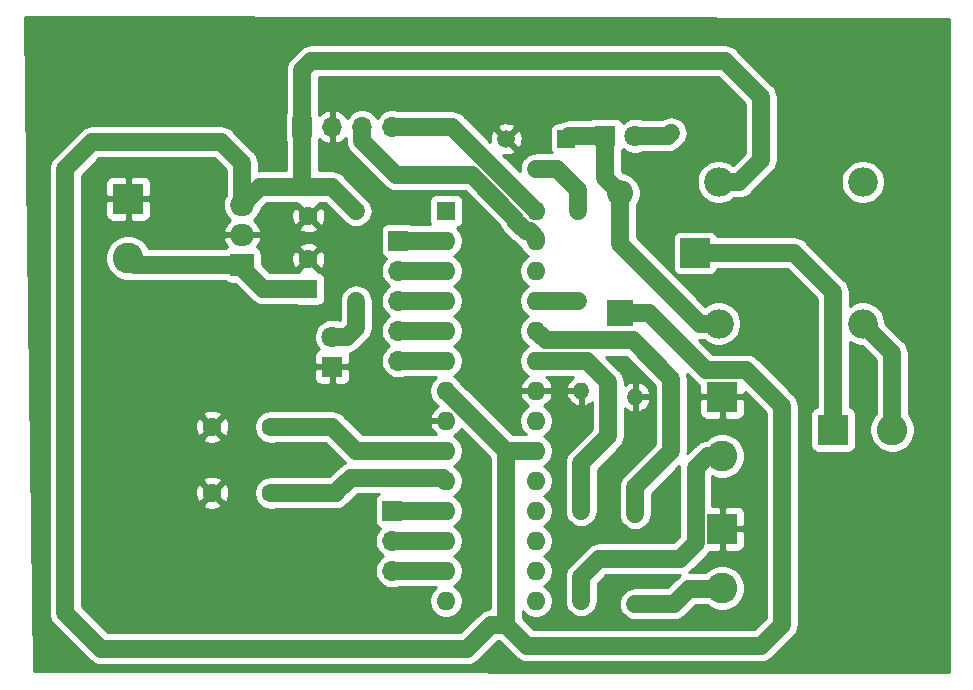
<source format=gbr>
%TF.GenerationSoftware,KiCad,Pcbnew,(5.1.12)-1*%
%TF.CreationDate,2022-04-15T18:24:28+05:30*%
%TF.ProjectId,piezo,7069657a-6f2e-46b6-9963-61645f706362,rev?*%
%TF.SameCoordinates,Original*%
%TF.FileFunction,Copper,L1,Top*%
%TF.FilePolarity,Positive*%
%FSLAX46Y46*%
G04 Gerber Fmt 4.6, Leading zero omitted, Abs format (unit mm)*
G04 Created by KiCad (PCBNEW (5.1.12)-1) date 2022-04-15 18:24:28*
%MOMM*%
%LPD*%
G01*
G04 APERTURE LIST*
%TA.AperFunction,ComponentPad*%
%ADD10R,1.500000X1.500000*%
%TD*%
%TA.AperFunction,ComponentPad*%
%ADD11C,1.500000*%
%TD*%
%TA.AperFunction,ComponentPad*%
%ADD12C,1.600000*%
%TD*%
%TA.AperFunction,ComponentPad*%
%ADD13O,1.700000X1.700000*%
%TD*%
%TA.AperFunction,ComponentPad*%
%ADD14R,1.700000X1.700000*%
%TD*%
%TA.AperFunction,ComponentPad*%
%ADD15O,1.600000X1.600000*%
%TD*%
%TA.AperFunction,ComponentPad*%
%ADD16R,1.600000X1.600000*%
%TD*%
%TA.AperFunction,ComponentPad*%
%ADD17O,2.000000X1.905000*%
%TD*%
%TA.AperFunction,ComponentPad*%
%ADD18R,2.000000X1.905000*%
%TD*%
%TA.AperFunction,ComponentPad*%
%ADD19O,1.400000X1.400000*%
%TD*%
%TA.AperFunction,ComponentPad*%
%ADD20C,1.400000*%
%TD*%
%TA.AperFunction,ComponentPad*%
%ADD21O,2.500000X2.500000*%
%TD*%
%TA.AperFunction,ComponentPad*%
%ADD22R,2.500000X2.500000*%
%TD*%
%TA.AperFunction,ComponentPad*%
%ADD23C,2.600000*%
%TD*%
%TA.AperFunction,ComponentPad*%
%ADD24R,2.600000X2.600000*%
%TD*%
%TA.AperFunction,ComponentPad*%
%ADD25C,1.800000*%
%TD*%
%TA.AperFunction,ComponentPad*%
%ADD26R,1.800000X1.800000*%
%TD*%
%TA.AperFunction,ComponentPad*%
%ADD27O,2.200000X2.200000*%
%TD*%
%TA.AperFunction,ComponentPad*%
%ADD28R,2.200000X2.200000*%
%TD*%
%TA.AperFunction,Conductor*%
%ADD29C,1.500000*%
%TD*%
%TA.AperFunction,Conductor*%
%ADD30C,0.254000*%
%TD*%
%TA.AperFunction,Conductor*%
%ADD31C,0.100000*%
%TD*%
G04 APERTURE END LIST*
D10*
%TO.P,Q1,1*%
%TO.N,Net-(D2-Pad2)*%
X94488000Y-76708000D03*
D11*
%TO.P,Q1,3*%
%TO.N,GND*%
X89408000Y-76708000D03*
%TO.P,Q1,2*%
%TO.N,Net-(Q1-Pad2)*%
X91948000Y-79248000D03*
%TD*%
D12*
%TO.P,C4,2*%
%TO.N,Net-(C4-Pad2)*%
X69516000Y-106680000D03*
%TO.P,C4,1*%
%TO.N,GND*%
X64516000Y-106680000D03*
%TD*%
%TO.P,C3,2*%
%TO.N,Net-(C3-Pad2)*%
X69516000Y-101092000D03*
%TO.P,C3,1*%
%TO.N,GND*%
X64516000Y-101092000D03*
%TD*%
D13*
%TO.P,J7,3*%
%TO.N,Net-(J7-Pad3)*%
X79756000Y-113284000D03*
%TO.P,J7,2*%
%TO.N,Net-(J7-Pad2)*%
X79756000Y-110744000D03*
D14*
%TO.P,J7,1*%
%TO.N,Net-(J7-Pad1)*%
X79756000Y-108204000D03*
%TD*%
D13*
%TO.P,J6,5*%
%TO.N,Net-(J6-Pad5)*%
X80264000Y-95504000D03*
%TO.P,J6,4*%
%TO.N,Net-(J6-Pad4)*%
X80264000Y-92964000D03*
%TO.P,J6,3*%
%TO.N,Net-(J6-Pad3)*%
X80264000Y-90424000D03*
%TO.P,J6,2*%
%TO.N,Net-(J6-Pad2)*%
X80264000Y-87884000D03*
D14*
%TO.P,J6,1*%
%TO.N,Net-(J6-Pad1)*%
X80264000Y-85344000D03*
%TD*%
D11*
%TO.P,Y1,2*%
%TO.N,Net-(C4-Pad2)*%
X75184000Y-106480000D03*
%TO.P,Y1,1*%
%TO.N,Net-(C3-Pad2)*%
X75184000Y-101600000D03*
%TD*%
D15*
%TO.P,U2,28*%
%TO.N,SCL*%
X91948000Y-82804000D03*
%TO.P,U2,14*%
%TO.N,N/C*%
X84328000Y-115824000D03*
%TO.P,U2,27*%
%TO.N,Sda*%
X91948000Y-85344000D03*
%TO.P,U2,13*%
%TO.N,Net-(J7-Pad3)*%
X84328000Y-113284000D03*
%TO.P,U2,26*%
%TO.N,N/C*%
X91948000Y-87884000D03*
%TO.P,U2,12*%
%TO.N,Net-(J7-Pad2)*%
X84328000Y-110744000D03*
%TO.P,U2,25*%
%TO.N,Relay_pin*%
X91948000Y-90424000D03*
%TO.P,U2,11*%
%TO.N,Net-(J7-Pad1)*%
X84328000Y-108204000D03*
%TO.P,U2,24*%
%TO.N,B_in*%
X91948000Y-92964000D03*
%TO.P,U2,10*%
%TO.N,Net-(C4-Pad2)*%
X84328000Y-105664000D03*
%TO.P,U2,23*%
%TO.N,Pin*%
X91948000Y-95504000D03*
%TO.P,U2,9*%
%TO.N,Net-(C3-Pad2)*%
X84328000Y-103124000D03*
%TO.P,U2,22*%
%TO.N,GND*%
X91948000Y-98044000D03*
%TO.P,U2,8*%
X84328000Y-100584000D03*
%TO.P,U2,21*%
%TO.N,N/C*%
X91948000Y-100584000D03*
%TO.P,U2,7*%
%TO.N,VCC*%
X84328000Y-98044000D03*
%TO.P,U2,20*%
X91948000Y-103124000D03*
%TO.P,U2,6*%
%TO.N,Net-(J6-Pad5)*%
X84328000Y-95504000D03*
%TO.P,U2,19*%
%TO.N,N/C*%
X91948000Y-105664000D03*
%TO.P,U2,5*%
%TO.N,Net-(J6-Pad4)*%
X84328000Y-92964000D03*
%TO.P,U2,18*%
%TO.N,N/C*%
X91948000Y-108204000D03*
%TO.P,U2,4*%
%TO.N,Net-(J6-Pad3)*%
X84328000Y-90424000D03*
%TO.P,U2,17*%
%TO.N,N/C*%
X91948000Y-110744000D03*
%TO.P,U2,3*%
%TO.N,Net-(J6-Pad2)*%
X84328000Y-87884000D03*
%TO.P,U2,16*%
%TO.N,N/C*%
X91948000Y-113284000D03*
%TO.P,U2,2*%
%TO.N,Net-(J6-Pad1)*%
X84328000Y-85344000D03*
%TO.P,U2,15*%
%TO.N,N/C*%
X91948000Y-115824000D03*
D16*
%TO.P,U2,1*%
X84328000Y-82804000D03*
%TD*%
D17*
%TO.P,U1,3*%
%TO.N,VCC*%
X67056000Y-82296000D03*
%TO.P,U1,2*%
%TO.N,GND*%
X67056000Y-84836000D03*
D18*
%TO.P,U1,1*%
%TO.N,+12V*%
X67056000Y-87376000D03*
%TD*%
D19*
%TO.P,R7,2*%
%TO.N,Net-(D3-Pad2)*%
X103378000Y-76200000D03*
D20*
%TO.P,R7,1*%
%TO.N,VCC*%
X110998000Y-76200000D03*
%TD*%
D19*
%TO.P,R6,2*%
%TO.N,Relay_pin*%
X95504000Y-90424000D03*
D20*
%TO.P,R6,1*%
%TO.N,Net-(Q1-Pad2)*%
X95504000Y-82804000D03*
%TD*%
D19*
%TO.P,R5,2*%
%TO.N,GND*%
X95758000Y-98044000D03*
D20*
%TO.P,R5,1*%
%TO.N,Pin*%
X95758000Y-105664000D03*
%TD*%
D19*
%TO.P,R4,2*%
%TO.N,Pin*%
X95758000Y-108204000D03*
D20*
%TO.P,R4,1*%
%TO.N,Net-(J3-Pad2)*%
X95758000Y-115824000D03*
%TD*%
D19*
%TO.P,R3,2*%
%TO.N,GND*%
X100330000Y-98552000D03*
D20*
%TO.P,R3,1*%
%TO.N,B_in*%
X100330000Y-106172000D03*
%TD*%
D19*
%TO.P,R2,2*%
%TO.N,B_in*%
X100330000Y-108458000D03*
D20*
%TO.P,R2,1*%
%TO.N,Net-(J2-Pad2)*%
X100330000Y-116078000D03*
%TD*%
D19*
%TO.P,R1,2*%
%TO.N,Net-(D1-Pad2)*%
X76708000Y-90424000D03*
D20*
%TO.P,R1,1*%
%TO.N,VCC*%
X76708000Y-82804000D03*
%TD*%
D21*
%TO.P,K1,5*%
%TO.N,VCC*%
X107410000Y-80360000D03*
%TO.P,K1,4*%
%TO.N,N/C*%
X119610000Y-80360000D03*
%TO.P,K1,3*%
%TO.N,Net-(J5-Pad2)*%
X119610000Y-92360000D03*
%TO.P,K1,2*%
%TO.N,Net-(D2-Pad2)*%
X107410000Y-92360000D03*
D22*
%TO.P,K1,1*%
%TO.N,Net-(J5-Pad1)*%
X105410000Y-86360000D03*
%TD*%
D23*
%TO.P,J5,2*%
%TO.N,Net-(J5-Pad2)*%
X122094000Y-101346000D03*
D24*
%TO.P,J5,1*%
%TO.N,Net-(J5-Pad1)*%
X117094000Y-101346000D03*
%TD*%
D13*
%TO.P,J4,4*%
%TO.N,SCL*%
X79756000Y-75692000D03*
%TO.P,J4,3*%
%TO.N,Sda*%
X77216000Y-75692000D03*
%TO.P,J4,2*%
%TO.N,GND*%
X74676000Y-75692000D03*
D14*
%TO.P,J4,1*%
%TO.N,VCC*%
X72136000Y-75692000D03*
%TD*%
D23*
%TO.P,J3,2*%
%TO.N,Net-(J3-Pad2)*%
X107696000Y-103552000D03*
D24*
%TO.P,J3,1*%
%TO.N,GND*%
X107696000Y-98552000D03*
%TD*%
D23*
%TO.P,J2,2*%
%TO.N,Net-(J2-Pad2)*%
X107696000Y-114728000D03*
D24*
%TO.P,J2,1*%
%TO.N,GND*%
X107696000Y-109728000D03*
%TD*%
D23*
%TO.P,J1,2*%
%TO.N,+12V*%
X57404000Y-86788000D03*
D24*
%TO.P,J1,1*%
%TO.N,GND*%
X57404000Y-81788000D03*
%TD*%
D25*
%TO.P,D3,2*%
%TO.N,Net-(D3-Pad2)*%
X100330000Y-76454000D03*
D26*
%TO.P,D3,1*%
%TO.N,Net-(D2-Pad2)*%
X97790000Y-76454000D03*
%TD*%
D27*
%TO.P,D2,2*%
%TO.N,Net-(D2-Pad2)*%
X99060000Y-81280000D03*
D28*
%TO.P,D2,1*%
%TO.N,VCC*%
X99060000Y-91440000D03*
%TD*%
D25*
%TO.P,D1,2*%
%TO.N,Net-(D1-Pad2)*%
X74676000Y-93472000D03*
D26*
%TO.P,D1,1*%
%TO.N,GND*%
X74676000Y-96012000D03*
%TD*%
D12*
%TO.P,C2,2*%
%TO.N,GND*%
X72644000Y-83272000D03*
D16*
%TO.P,C2,1*%
%TO.N,VCC*%
X72644000Y-80772000D03*
%TD*%
D12*
%TO.P,C1,2*%
%TO.N,GND*%
X72644000Y-86908000D03*
D16*
%TO.P,C1,1*%
%TO.N,+12V*%
X72644000Y-89408000D03*
%TD*%
D29*
%TO.N,+12V*%
X67056000Y-87376000D02*
X67056000Y-87630000D01*
X68834000Y-89408000D02*
X72644000Y-89408000D01*
X67056000Y-87630000D02*
X68834000Y-89408000D01*
X57992000Y-87376000D02*
X57404000Y-86788000D01*
X67056000Y-87376000D02*
X57992000Y-87376000D01*
%TO.N,VCC*%
X74676000Y-80772000D02*
X72644000Y-80772000D01*
X76708000Y-82804000D02*
X74676000Y-80772000D01*
X68580000Y-80772000D02*
X67056000Y-82296000D01*
X72644000Y-80772000D02*
X68580000Y-80772000D01*
X107410000Y-80360000D02*
X109124000Y-80360000D01*
X110998000Y-78486000D02*
X110998000Y-76200000D01*
X109124000Y-80360000D02*
X110998000Y-78486000D01*
X89408000Y-103124000D02*
X84328000Y-98044000D01*
X91948000Y-103124000D02*
X89408000Y-103124000D01*
X89408000Y-117856000D02*
X89408000Y-103124000D01*
X67056000Y-78740000D02*
X67056000Y-82296000D01*
X54356000Y-76962000D02*
X65278000Y-76962000D01*
X52070000Y-79248000D02*
X54356000Y-76962000D01*
X52070000Y-116840000D02*
X52070000Y-79248000D01*
X55118000Y-119888000D02*
X52070000Y-116840000D01*
X86106000Y-119888000D02*
X55118000Y-119888000D01*
X65278000Y-76962000D02*
X67056000Y-78740000D01*
X88138000Y-117856000D02*
X86106000Y-119888000D01*
X89408000Y-117856000D02*
X88138000Y-117856000D01*
X112776000Y-117856000D02*
X110998000Y-119634000D01*
X110998000Y-119634000D02*
X91186000Y-119634000D01*
X109756001Y-96301999D02*
X112776000Y-99321998D01*
X106343823Y-96301999D02*
X109756001Y-96301999D01*
X101481824Y-91440000D02*
X106343823Y-96301999D01*
X91186000Y-119634000D02*
X89408000Y-117856000D01*
X99060000Y-91440000D02*
X101481824Y-91440000D01*
X112776000Y-113284000D02*
X112776000Y-117856000D01*
X112776000Y-99321998D02*
X112776000Y-113284000D01*
X107950000Y-70104000D02*
X72898000Y-70104000D01*
X110998000Y-73152000D02*
X107950000Y-70104000D01*
X110998000Y-76200000D02*
X110998000Y-73152000D01*
X72136000Y-70866000D02*
X72898000Y-70104000D01*
X72136000Y-75692000D02*
X72136000Y-70866000D01*
X72136000Y-80264000D02*
X72136000Y-75692000D01*
X72644000Y-80772000D02*
X72136000Y-80264000D01*
%TO.N,Net-(C3-Pad2)*%
X74676000Y-101092000D02*
X75184000Y-101600000D01*
X69516000Y-101092000D02*
X74676000Y-101092000D01*
X76708000Y-103124000D02*
X75184000Y-101600000D01*
X84328000Y-103124000D02*
X76708000Y-103124000D01*
%TO.N,Net-(C4-Pad2)*%
X75184000Y-106480000D02*
X76254000Y-105410000D01*
X84074000Y-105410000D02*
X84328000Y-105664000D01*
X76254000Y-105410000D02*
X84074000Y-105410000D01*
X74984000Y-106680000D02*
X75184000Y-106480000D01*
X69516000Y-106680000D02*
X74984000Y-106680000D01*
%TO.N,Net-(D1-Pad2)*%
X74676000Y-93472000D02*
X75946000Y-93472000D01*
X76708000Y-92710000D02*
X76708000Y-90424000D01*
X75946000Y-93472000D02*
X76708000Y-92710000D01*
%TO.N,Net-(D2-Pad2)*%
X94742000Y-76454000D02*
X94488000Y-76708000D01*
X97790000Y-76454000D02*
X94742000Y-76454000D01*
X97790000Y-80010000D02*
X99060000Y-81280000D01*
X97790000Y-76454000D02*
X97790000Y-80010000D01*
X99060000Y-85598000D02*
X99060000Y-81280000D01*
X105822000Y-92360000D02*
X99060000Y-85598000D01*
X107410000Y-92360000D02*
X105822000Y-92360000D01*
%TO.N,Net-(D3-Pad2)*%
X103124000Y-76454000D02*
X103378000Y-76200000D01*
X100330000Y-76454000D02*
X103124000Y-76454000D01*
%TO.N,SCL*%
X91948000Y-82804000D02*
X84836000Y-75692000D01*
X84836000Y-75692000D02*
X79756000Y-75692000D01*
%TO.N,Sda*%
X91948000Y-85090000D02*
X91948000Y-85344000D01*
X91412001Y-84554001D02*
X91948000Y-85090000D01*
X91107999Y-84554001D02*
X91412001Y-84554001D01*
X90197999Y-83644001D02*
X91107999Y-84554001D01*
X90197999Y-83458175D02*
X90197999Y-83644001D01*
X86495824Y-79756000D02*
X90197999Y-83458175D01*
X80077919Y-79756000D02*
X86495824Y-79756000D01*
X77216000Y-76894081D02*
X80077919Y-79756000D01*
X77216000Y-75692000D02*
X77216000Y-76894081D01*
%TO.N,Net-(J5-Pad2)*%
X122094000Y-94844000D02*
X119610000Y-92360000D01*
X122094000Y-101346000D02*
X122094000Y-94844000D01*
%TO.N,Net-(J5-Pad1)*%
X117094000Y-101346000D02*
X117094000Y-89662000D01*
X113792000Y-86360000D02*
X105410000Y-86360000D01*
X117094000Y-89662000D02*
X113792000Y-86360000D01*
%TO.N,Net-(J6-Pad5)*%
X84328000Y-95504000D02*
X80264000Y-95504000D01*
%TO.N,Net-(J6-Pad4)*%
X80264000Y-92964000D02*
X84328000Y-92964000D01*
%TO.N,Net-(J6-Pad3)*%
X84328000Y-90424000D02*
X80264000Y-90424000D01*
%TO.N,Net-(J6-Pad2)*%
X80264000Y-87884000D02*
X84328000Y-87884000D01*
%TO.N,Net-(J6-Pad1)*%
X84328000Y-85344000D02*
X80264000Y-85344000D01*
%TO.N,Net-(Q1-Pad2)*%
X95504000Y-82804000D02*
X95504000Y-81026000D01*
X93726000Y-79248000D02*
X91948000Y-79248000D01*
X95504000Y-81026000D02*
X93726000Y-79248000D01*
%TO.N,B_in*%
X100330000Y-106172000D02*
X100330000Y-108458000D01*
X103378000Y-103124000D02*
X103378000Y-97028000D01*
X100330000Y-106172000D02*
X103378000Y-103124000D01*
X103378000Y-97028000D02*
X100113999Y-93763999D01*
X100113999Y-93763999D02*
X92747999Y-93763999D01*
X92747999Y-93763999D02*
X91948000Y-92964000D01*
%TO.N,Pin*%
X95758000Y-108204000D02*
X95758000Y-105664000D01*
X96266000Y-95504000D02*
X91948000Y-95504000D01*
X98044000Y-97282000D02*
X96266000Y-95504000D01*
X98044000Y-101854000D02*
X98044000Y-97282000D01*
X95758000Y-104140000D02*
X98044000Y-101854000D01*
X95758000Y-105664000D02*
X95758000Y-104140000D01*
%TO.N,Relay_pin*%
X95504000Y-90424000D02*
X91948000Y-90424000D01*
%TO.N,Net-(J2-Pad2)*%
X107616000Y-114808000D02*
X107696000Y-114728000D01*
X104902000Y-114808000D02*
X107616000Y-114808000D01*
X103632000Y-116078000D02*
X104902000Y-114808000D01*
X100330000Y-116078000D02*
X103632000Y-116078000D01*
%TO.N,Net-(J3-Pad2)*%
X106506000Y-103552000D02*
X107696000Y-103552000D01*
X105445999Y-110962001D02*
X105445999Y-104612001D01*
X105445999Y-104612001D02*
X106506000Y-103552000D01*
X104140000Y-112268000D02*
X105445999Y-110962001D01*
X97282000Y-112268000D02*
X104140000Y-112268000D01*
X95758000Y-113792000D02*
X97282000Y-112268000D01*
X95758000Y-115824000D02*
X95758000Y-113792000D01*
%TO.N,Net-(J7-Pad3)*%
X79756000Y-113284000D02*
X84328000Y-113284000D01*
%TO.N,Net-(J7-Pad2)*%
X84328000Y-110744000D02*
X79756000Y-110744000D01*
%TO.N,Net-(J7-Pad1)*%
X79756000Y-108204000D02*
X84328000Y-108204000D01*
%TD*%
D30*
%TO.N,GND*%
X126873000Y-66547795D02*
X126873000Y-121856292D01*
X49401273Y-121729704D01*
X48818667Y-79248000D01*
X50678300Y-79248000D01*
X50685001Y-79316039D01*
X50685000Y-116771971D01*
X50678300Y-116840000D01*
X50685000Y-116908029D01*
X50685000Y-116908036D01*
X50705040Y-117111506D01*
X50784236Y-117372580D01*
X50912843Y-117613187D01*
X51085919Y-117824080D01*
X51138765Y-117867450D01*
X54090550Y-120819236D01*
X54133919Y-120872081D01*
X54186764Y-120915450D01*
X54186766Y-120915452D01*
X54235108Y-120955125D01*
X54344812Y-121045157D01*
X54585419Y-121173764D01*
X54846492Y-121252960D01*
X54869892Y-121255265D01*
X55049963Y-121273000D01*
X55049971Y-121273000D01*
X55118000Y-121279700D01*
X55186029Y-121273000D01*
X86037971Y-121273000D01*
X86106000Y-121279700D01*
X86174029Y-121273000D01*
X86174037Y-121273000D01*
X86377507Y-121252960D01*
X86638581Y-121173764D01*
X86879188Y-121045157D01*
X87090081Y-120872081D01*
X87133454Y-120819231D01*
X88711686Y-119241000D01*
X88834315Y-119241000D01*
X90158550Y-120565236D01*
X90201919Y-120618081D01*
X90254764Y-120661450D01*
X90254766Y-120661452D01*
X90412811Y-120791156D01*
X90412812Y-120791157D01*
X90653419Y-120919764D01*
X90914493Y-120998960D01*
X91117963Y-121019000D01*
X91117971Y-121019000D01*
X91186000Y-121025700D01*
X91254029Y-121019000D01*
X110929971Y-121019000D01*
X110998000Y-121025700D01*
X111066029Y-121019000D01*
X111066037Y-121019000D01*
X111269507Y-120998960D01*
X111530581Y-120919764D01*
X111771188Y-120791157D01*
X111982081Y-120618081D01*
X112025454Y-120565231D01*
X113707236Y-118883450D01*
X113760081Y-118840081D01*
X113803453Y-118787233D01*
X113933157Y-118629188D01*
X114061764Y-118388581D01*
X114140960Y-118127507D01*
X114153798Y-117997157D01*
X114161000Y-117924037D01*
X114161000Y-117924029D01*
X114167700Y-117856000D01*
X114161000Y-117787971D01*
X114161000Y-99390035D01*
X114167701Y-99321998D01*
X114140960Y-99050491D01*
X114061764Y-98789417D01*
X113933157Y-98548810D01*
X113803452Y-98390764D01*
X113803445Y-98390757D01*
X113760080Y-98337917D01*
X113707241Y-98294553D01*
X110783455Y-95370768D01*
X110740082Y-95317918D01*
X110529189Y-95144842D01*
X110288582Y-95016235D01*
X110027508Y-94937039D01*
X109824038Y-94916999D01*
X109824030Y-94916999D01*
X109756001Y-94910299D01*
X109687972Y-94916999D01*
X106917509Y-94916999D01*
X105744586Y-93744076D01*
X105753963Y-93745000D01*
X105753972Y-93745000D01*
X105821999Y-93751700D01*
X105890026Y-93745000D01*
X106129207Y-93745000D01*
X106208382Y-93824175D01*
X106517118Y-94030466D01*
X106860166Y-94172561D01*
X107224344Y-94245000D01*
X107595656Y-94245000D01*
X107959834Y-94172561D01*
X108302882Y-94030466D01*
X108611618Y-93824175D01*
X108874175Y-93561618D01*
X109080466Y-93252882D01*
X109222561Y-92909834D01*
X109295000Y-92545656D01*
X109295000Y-92174344D01*
X109222561Y-91810166D01*
X109080466Y-91467118D01*
X108874175Y-91158382D01*
X108611618Y-90895825D01*
X108302882Y-90689534D01*
X107959834Y-90547439D01*
X107595656Y-90475000D01*
X107224344Y-90475000D01*
X106860166Y-90547439D01*
X106517118Y-90689534D01*
X106273201Y-90852515D01*
X100530686Y-85110000D01*
X103521928Y-85110000D01*
X103521928Y-87610000D01*
X103534188Y-87734482D01*
X103570498Y-87854180D01*
X103629463Y-87964494D01*
X103708815Y-88061185D01*
X103805506Y-88140537D01*
X103915820Y-88199502D01*
X104035518Y-88235812D01*
X104160000Y-88248072D01*
X106660000Y-88248072D01*
X106784482Y-88235812D01*
X106904180Y-88199502D01*
X107014494Y-88140537D01*
X107111185Y-88061185D01*
X107190537Y-87964494D01*
X107249502Y-87854180D01*
X107282621Y-87745000D01*
X113218315Y-87745000D01*
X115709001Y-90235687D01*
X115709000Y-99416299D01*
X115669518Y-99420188D01*
X115549820Y-99456498D01*
X115439506Y-99515463D01*
X115342815Y-99594815D01*
X115263463Y-99691506D01*
X115204498Y-99801820D01*
X115168188Y-99921518D01*
X115155928Y-100046000D01*
X115155928Y-102646000D01*
X115168188Y-102770482D01*
X115204498Y-102890180D01*
X115263463Y-103000494D01*
X115342815Y-103097185D01*
X115439506Y-103176537D01*
X115549820Y-103235502D01*
X115669518Y-103271812D01*
X115794000Y-103284072D01*
X118394000Y-103284072D01*
X118518482Y-103271812D01*
X118638180Y-103235502D01*
X118748494Y-103176537D01*
X118845185Y-103097185D01*
X118924537Y-103000494D01*
X118983502Y-102890180D01*
X119019812Y-102770482D01*
X119032072Y-102646000D01*
X119032072Y-100046000D01*
X119019812Y-99921518D01*
X118983502Y-99801820D01*
X118924537Y-99691506D01*
X118845185Y-99594815D01*
X118748494Y-99515463D01*
X118638180Y-99456498D01*
X118518482Y-99420188D01*
X118479000Y-99416299D01*
X118479000Y-93871360D01*
X118717118Y-94030466D01*
X119060166Y-94172561D01*
X119424344Y-94245000D01*
X119536315Y-94245000D01*
X120709001Y-95417686D01*
X120709000Y-99994496D01*
X120590987Y-100112509D01*
X120379225Y-100429434D01*
X120233361Y-100781581D01*
X120159000Y-101155419D01*
X120159000Y-101536581D01*
X120233361Y-101910419D01*
X120379225Y-102262566D01*
X120590987Y-102579491D01*
X120860509Y-102849013D01*
X121177434Y-103060775D01*
X121529581Y-103206639D01*
X121903419Y-103281000D01*
X122284581Y-103281000D01*
X122658419Y-103206639D01*
X123010566Y-103060775D01*
X123327491Y-102849013D01*
X123597013Y-102579491D01*
X123808775Y-102262566D01*
X123954639Y-101910419D01*
X124029000Y-101536581D01*
X124029000Y-101155419D01*
X123954639Y-100781581D01*
X123808775Y-100429434D01*
X123597013Y-100112509D01*
X123479000Y-99994496D01*
X123479000Y-94912026D01*
X123485700Y-94843999D01*
X123479000Y-94775972D01*
X123479000Y-94775963D01*
X123458960Y-94572493D01*
X123379764Y-94311419D01*
X123251157Y-94070812D01*
X123078081Y-93859919D01*
X123025231Y-93816546D01*
X121495000Y-92286315D01*
X121495000Y-92174344D01*
X121422561Y-91810166D01*
X121280466Y-91467118D01*
X121074175Y-91158382D01*
X120811618Y-90895825D01*
X120502882Y-90689534D01*
X120159834Y-90547439D01*
X119795656Y-90475000D01*
X119424344Y-90475000D01*
X119060166Y-90547439D01*
X118717118Y-90689534D01*
X118479000Y-90848640D01*
X118479000Y-89730026D01*
X118485700Y-89661999D01*
X118479000Y-89593972D01*
X118479000Y-89593963D01*
X118458960Y-89390493D01*
X118379764Y-89129419D01*
X118251157Y-88888812D01*
X118167731Y-88787157D01*
X118121452Y-88730766D01*
X118121450Y-88730764D01*
X118078081Y-88677919D01*
X118025236Y-88634550D01*
X114819454Y-85428769D01*
X114776081Y-85375919D01*
X114565188Y-85202843D01*
X114324581Y-85074236D01*
X114063507Y-84995040D01*
X113860037Y-84975000D01*
X113860029Y-84975000D01*
X113792000Y-84968300D01*
X113723971Y-84975000D01*
X107282621Y-84975000D01*
X107249502Y-84865820D01*
X107190537Y-84755506D01*
X107111185Y-84658815D01*
X107014494Y-84579463D01*
X106904180Y-84520498D01*
X106784482Y-84484188D01*
X106660000Y-84471928D01*
X104160000Y-84471928D01*
X104035518Y-84484188D01*
X103915820Y-84520498D01*
X103805506Y-84579463D01*
X103708815Y-84658815D01*
X103629463Y-84755506D01*
X103570498Y-84865820D01*
X103534188Y-84985518D01*
X103521928Y-85110000D01*
X100530686Y-85110000D01*
X100445000Y-85024315D01*
X100445000Y-82330119D01*
X100597537Y-82101831D01*
X100728325Y-81786081D01*
X100795000Y-81450883D01*
X100795000Y-81109117D01*
X100728325Y-80773919D01*
X100597537Y-80458169D01*
X100407663Y-80174002D01*
X100165998Y-79932337D01*
X99881831Y-79742463D01*
X99566081Y-79611675D01*
X99296796Y-79558111D01*
X99175000Y-79436315D01*
X99175000Y-77763981D01*
X99220537Y-77708494D01*
X99279502Y-77598180D01*
X99285056Y-77579873D01*
X99351495Y-77646312D01*
X99602905Y-77814299D01*
X99882257Y-77930011D01*
X100178816Y-77989000D01*
X100481184Y-77989000D01*
X100777743Y-77930011D01*
X100997462Y-77839000D01*
X103055971Y-77839000D01*
X103124000Y-77845700D01*
X103192029Y-77839000D01*
X103192037Y-77839000D01*
X103395507Y-77818960D01*
X103656581Y-77739764D01*
X103897188Y-77611157D01*
X104108081Y-77438081D01*
X104151454Y-77385231D01*
X104405452Y-77131233D01*
X104535156Y-76973188D01*
X104663763Y-76732580D01*
X104742959Y-76471507D01*
X104769700Y-76200001D01*
X104742959Y-75928494D01*
X104663763Y-75667420D01*
X104535156Y-75426813D01*
X104362081Y-75215919D01*
X104151187Y-75042844D01*
X103910580Y-74914237D01*
X103649506Y-74835041D01*
X103377999Y-74808300D01*
X103106493Y-74835041D01*
X102845420Y-74914237D01*
X102604812Y-75042844D01*
X102572941Y-75069000D01*
X100997462Y-75069000D01*
X100777743Y-74977989D01*
X100481184Y-74919000D01*
X100178816Y-74919000D01*
X99882257Y-74977989D01*
X99602905Y-75093701D01*
X99351495Y-75261688D01*
X99285056Y-75328127D01*
X99279502Y-75309820D01*
X99220537Y-75199506D01*
X99141185Y-75102815D01*
X99044494Y-75023463D01*
X98934180Y-74964498D01*
X98814482Y-74928188D01*
X98690000Y-74915928D01*
X96890000Y-74915928D01*
X96765518Y-74928188D01*
X96645820Y-74964498D01*
X96535506Y-75023463D01*
X96480019Y-75069000D01*
X94810026Y-75069000D01*
X94741999Y-75062300D01*
X94673973Y-75069000D01*
X94673963Y-75069000D01*
X94470493Y-75089040D01*
X94209419Y-75168236D01*
X93968812Y-75296843D01*
X93940683Y-75319928D01*
X93738000Y-75319928D01*
X93613518Y-75332188D01*
X93493820Y-75368498D01*
X93383506Y-75427463D01*
X93286815Y-75506815D01*
X93207463Y-75603506D01*
X93148498Y-75713820D01*
X93112188Y-75833518D01*
X93099928Y-75958000D01*
X93099928Y-76671163D01*
X93096300Y-76708000D01*
X93099928Y-76744837D01*
X93099928Y-77458000D01*
X93112188Y-77582482D01*
X93148498Y-77702180D01*
X93207463Y-77812494D01*
X93248912Y-77863000D01*
X91811589Y-77863000D01*
X91744530Y-77876339D01*
X91676493Y-77883040D01*
X91611068Y-77902886D01*
X91544011Y-77916225D01*
X91480845Y-77942389D01*
X91415419Y-77962236D01*
X91355123Y-77994465D01*
X91291957Y-78020629D01*
X91235110Y-78058613D01*
X91174812Y-78090843D01*
X91121960Y-78134217D01*
X91065114Y-78172201D01*
X91016769Y-78220546D01*
X90963919Y-78263919D01*
X90920548Y-78316767D01*
X90872201Y-78365114D01*
X90834217Y-78421960D01*
X90790843Y-78474812D01*
X90758613Y-78535110D01*
X90720629Y-78591957D01*
X90694465Y-78655123D01*
X90662236Y-78715419D01*
X90642389Y-78780845D01*
X90616225Y-78844011D01*
X90602886Y-78911068D01*
X90583040Y-78976493D01*
X90576339Y-79044530D01*
X90563000Y-79111589D01*
X90563000Y-79179963D01*
X90556299Y-79248000D01*
X90563000Y-79316037D01*
X90563000Y-79384411D01*
X90576339Y-79451470D01*
X90578763Y-79476077D01*
X89181357Y-78078672D01*
X89207960Y-78085250D01*
X89480492Y-78097812D01*
X89750238Y-78056965D01*
X90006832Y-77964277D01*
X90119863Y-77903860D01*
X90185388Y-77664993D01*
X89408000Y-76887605D01*
X89393858Y-76901748D01*
X89214253Y-76722143D01*
X89228395Y-76708000D01*
X89587605Y-76708000D01*
X90364993Y-77485388D01*
X90603860Y-77419863D01*
X90719760Y-77172884D01*
X90785250Y-76908040D01*
X90797812Y-76635508D01*
X90756965Y-76365762D01*
X90664277Y-76109168D01*
X90603860Y-75996137D01*
X90364993Y-75930612D01*
X89587605Y-76708000D01*
X89228395Y-76708000D01*
X88451007Y-75930612D01*
X88212140Y-75996137D01*
X88096240Y-76243116D01*
X88030750Y-76507960D01*
X88018188Y-76780492D01*
X88042281Y-76939595D01*
X86853693Y-75751007D01*
X88630612Y-75751007D01*
X89408000Y-76528395D01*
X90185388Y-75751007D01*
X90119863Y-75512140D01*
X89872884Y-75396240D01*
X89608040Y-75330750D01*
X89335508Y-75318188D01*
X89065762Y-75359035D01*
X88809168Y-75451723D01*
X88696137Y-75512140D01*
X88630612Y-75751007D01*
X86853693Y-75751007D01*
X85863454Y-74760769D01*
X85820081Y-74707919D01*
X85609188Y-74534843D01*
X85368581Y-74406236D01*
X85107507Y-74327040D01*
X84904037Y-74307000D01*
X84904029Y-74307000D01*
X84836000Y-74300300D01*
X84767971Y-74307000D01*
X80292805Y-74307000D01*
X80189158Y-74264068D01*
X79902260Y-74207000D01*
X79609740Y-74207000D01*
X79322842Y-74264068D01*
X79052589Y-74376010D01*
X78809368Y-74538525D01*
X78602525Y-74745368D01*
X78486000Y-74919760D01*
X78369475Y-74745368D01*
X78162632Y-74538525D01*
X77919411Y-74376010D01*
X77649158Y-74264068D01*
X77362260Y-74207000D01*
X77069740Y-74207000D01*
X76782842Y-74264068D01*
X76512589Y-74376010D01*
X76269368Y-74538525D01*
X76062525Y-74745368D01*
X75940805Y-74927534D01*
X75871178Y-74810645D01*
X75676269Y-74594412D01*
X75442920Y-74420359D01*
X75180099Y-74295175D01*
X75032890Y-74250524D01*
X74803000Y-74371845D01*
X74803000Y-75565000D01*
X74823000Y-75565000D01*
X74823000Y-75819000D01*
X74803000Y-75819000D01*
X74803000Y-77012155D01*
X75032890Y-77133476D01*
X75180099Y-77088825D01*
X75442920Y-76963641D01*
X75676269Y-76789588D01*
X75831000Y-76617929D01*
X75831000Y-76826052D01*
X75824300Y-76894081D01*
X75831000Y-76962110D01*
X75831000Y-76962118D01*
X75851040Y-77165588D01*
X75930236Y-77426662D01*
X76013524Y-77582482D01*
X76058844Y-77667269D01*
X76188548Y-77825314D01*
X76188551Y-77825317D01*
X76231920Y-77878162D01*
X76284764Y-77921530D01*
X79050469Y-80687236D01*
X79093838Y-80740081D01*
X79146683Y-80783450D01*
X79146685Y-80783452D01*
X79279658Y-80892580D01*
X79304731Y-80913157D01*
X79545338Y-81041764D01*
X79806412Y-81120960D01*
X80009882Y-81141000D01*
X80009890Y-81141000D01*
X80077919Y-81147700D01*
X80145948Y-81141000D01*
X85922139Y-81141000D01*
X88892429Y-84111291D01*
X88912235Y-84176582D01*
X89040842Y-84417189D01*
X89103880Y-84494000D01*
X89166702Y-84570548D01*
X89213919Y-84628082D01*
X89266764Y-84671451D01*
X90080545Y-85485232D01*
X90123918Y-85538082D01*
X90334811Y-85711158D01*
X90575418Y-85839765D01*
X90603670Y-85848335D01*
X90676320Y-86023727D01*
X90833363Y-86258759D01*
X91033241Y-86458637D01*
X91265759Y-86614000D01*
X91033241Y-86769363D01*
X90833363Y-86969241D01*
X90676320Y-87204273D01*
X90568147Y-87465426D01*
X90513000Y-87742665D01*
X90513000Y-88025335D01*
X90568147Y-88302574D01*
X90676320Y-88563727D01*
X90833363Y-88798759D01*
X91033241Y-88998637D01*
X91265759Y-89154000D01*
X91033241Y-89309363D01*
X90833363Y-89509241D01*
X90676320Y-89744273D01*
X90568147Y-90005426D01*
X90513000Y-90282665D01*
X90513000Y-90565335D01*
X90568147Y-90842574D01*
X90676320Y-91103727D01*
X90833363Y-91338759D01*
X91033241Y-91538637D01*
X91265759Y-91694000D01*
X91033241Y-91849363D01*
X90833363Y-92049241D01*
X90676320Y-92284273D01*
X90568147Y-92545426D01*
X90513000Y-92822665D01*
X90513000Y-93105335D01*
X90568147Y-93382574D01*
X90676320Y-93643727D01*
X90833363Y-93878759D01*
X91033241Y-94078637D01*
X91246340Y-94221025D01*
X91261896Y-94236581D01*
X91033241Y-94389363D01*
X90833363Y-94589241D01*
X90676320Y-94824273D01*
X90568147Y-95085426D01*
X90513000Y-95362665D01*
X90513000Y-95645335D01*
X90568147Y-95922574D01*
X90676320Y-96183727D01*
X90833363Y-96418759D01*
X91033241Y-96618637D01*
X91268273Y-96775680D01*
X91278865Y-96780067D01*
X91092869Y-96891615D01*
X90884481Y-97080586D01*
X90716963Y-97306580D01*
X90596754Y-97560913D01*
X90556096Y-97694961D01*
X90678085Y-97917000D01*
X91821000Y-97917000D01*
X91821000Y-97897000D01*
X92075000Y-97897000D01*
X92075000Y-97917000D01*
X93217915Y-97917000D01*
X93339904Y-97694961D01*
X93299246Y-97560913D01*
X93179037Y-97306580D01*
X93011519Y-97080586D01*
X92803131Y-96891615D01*
X92798771Y-96889000D01*
X95090819Y-96889000D01*
X95079608Y-96894208D01*
X94868330Y-97048649D01*
X94691241Y-97241340D01*
X94555147Y-97464877D01*
X94465278Y-97710670D01*
X94587799Y-97917000D01*
X95631000Y-97917000D01*
X95631000Y-97897000D01*
X95885000Y-97897000D01*
X95885000Y-97917000D01*
X95905000Y-97917000D01*
X95905000Y-98171000D01*
X95885000Y-98171000D01*
X95885000Y-99213374D01*
X96091329Y-99336716D01*
X96199044Y-99304047D01*
X96436392Y-99193792D01*
X96647670Y-99039351D01*
X96659001Y-99027022D01*
X96659000Y-101280314D01*
X94826764Y-103112551D01*
X94773920Y-103155919D01*
X94730551Y-103208764D01*
X94730548Y-103208767D01*
X94600844Y-103366812D01*
X94472236Y-103607420D01*
X94402043Y-103838813D01*
X94393040Y-103868493D01*
X94373000Y-104071963D01*
X94373000Y-104071971D01*
X94366300Y-104140000D01*
X94373000Y-104208029D01*
X94373000Y-105732036D01*
X94373001Y-105732046D01*
X94373000Y-108272036D01*
X94393040Y-108475506D01*
X94472236Y-108736580D01*
X94600843Y-108977187D01*
X94773919Y-109188080D01*
X94984812Y-109361157D01*
X95225419Y-109489764D01*
X95486493Y-109568960D01*
X95758000Y-109595701D01*
X96029506Y-109568960D01*
X96290580Y-109489764D01*
X96531187Y-109361157D01*
X96742080Y-109188081D01*
X96915157Y-108977188D01*
X97043764Y-108736581D01*
X97122960Y-108475507D01*
X97143000Y-108272037D01*
X97143000Y-104713685D01*
X98975241Y-102881445D01*
X99028080Y-102838081D01*
X99071445Y-102785241D01*
X99071452Y-102785234D01*
X99194390Y-102635434D01*
X99201157Y-102627188D01*
X99329764Y-102386581D01*
X99408960Y-102125507D01*
X99429000Y-101922037D01*
X99429000Y-101922028D01*
X99435700Y-101854001D01*
X99429000Y-101785974D01*
X99429000Y-99535023D01*
X99440330Y-99547351D01*
X99651608Y-99701792D01*
X99888956Y-99812047D01*
X99996671Y-99844716D01*
X100203000Y-99721374D01*
X100203000Y-98679000D01*
X100457000Y-98679000D01*
X100457000Y-99721374D01*
X100663329Y-99844716D01*
X100771044Y-99812047D01*
X101008392Y-99701792D01*
X101219670Y-99547351D01*
X101396759Y-99354660D01*
X101532853Y-99131123D01*
X101622722Y-98885330D01*
X101500201Y-98679000D01*
X100457000Y-98679000D01*
X100203000Y-98679000D01*
X100183000Y-98679000D01*
X100183000Y-98425000D01*
X100203000Y-98425000D01*
X100203000Y-97382626D01*
X100457000Y-97382626D01*
X100457000Y-98425000D01*
X101500201Y-98425000D01*
X101622722Y-98218670D01*
X101532853Y-97972877D01*
X101396759Y-97749340D01*
X101219670Y-97556649D01*
X101008392Y-97402208D01*
X100771044Y-97291953D01*
X100663329Y-97259284D01*
X100457000Y-97382626D01*
X100203000Y-97382626D01*
X99996671Y-97259284D01*
X99888956Y-97291953D01*
X99651608Y-97402208D01*
X99440330Y-97556649D01*
X99429000Y-97568977D01*
X99429000Y-97350029D01*
X99435700Y-97282000D01*
X99429000Y-97213971D01*
X99429000Y-97213963D01*
X99408960Y-97010493D01*
X99329764Y-96749419D01*
X99201157Y-96508812D01*
X99190165Y-96495418D01*
X99071452Y-96350766D01*
X99071450Y-96350764D01*
X99028081Y-96297919D01*
X98975236Y-96254550D01*
X97869684Y-95148999D01*
X99540314Y-95148999D01*
X101993001Y-97601686D01*
X101993000Y-102550314D01*
X99398765Y-105144550D01*
X99345919Y-105187920D01*
X99302550Y-105240765D01*
X99302548Y-105240767D01*
X99281204Y-105266775D01*
X99172843Y-105398813D01*
X99097569Y-105539641D01*
X99044236Y-105639420D01*
X98975230Y-105866903D01*
X98965040Y-105900494D01*
X98945000Y-106103964D01*
X98945000Y-106103971D01*
X98938300Y-106172000D01*
X98945000Y-106240030D01*
X98945001Y-108526037D01*
X98965041Y-108729507D01*
X99044237Y-108990581D01*
X99172844Y-109231188D01*
X99345920Y-109442081D01*
X99556813Y-109615157D01*
X99797420Y-109743764D01*
X100058494Y-109822960D01*
X100330000Y-109849701D01*
X100601507Y-109822960D01*
X100862581Y-109743764D01*
X101103188Y-109615157D01*
X101314081Y-109442081D01*
X101487157Y-109231188D01*
X101615764Y-108990581D01*
X101694960Y-108729507D01*
X101715000Y-108526037D01*
X101715000Y-106745685D01*
X104076762Y-104383924D01*
X104054299Y-104612001D01*
X104061000Y-104680040D01*
X104060999Y-110388316D01*
X103566315Y-110883000D01*
X97350026Y-110883000D01*
X97281999Y-110876300D01*
X97213972Y-110883000D01*
X97213963Y-110883000D01*
X97010493Y-110903040D01*
X96749419Y-110982236D01*
X96508812Y-111110843D01*
X96297919Y-111283919D01*
X96254548Y-111336767D01*
X94826765Y-112764550D01*
X94773920Y-112807919D01*
X94730551Y-112860764D01*
X94730548Y-112860767D01*
X94600844Y-113018812D01*
X94472236Y-113259420D01*
X94393040Y-113520493D01*
X94366300Y-113792000D01*
X94373001Y-113860039D01*
X94373000Y-115892036D01*
X94393040Y-116095506D01*
X94472236Y-116356580D01*
X94600843Y-116597187D01*
X94773919Y-116808080D01*
X94984812Y-116981157D01*
X95225419Y-117109764D01*
X95486493Y-117188960D01*
X95758000Y-117215701D01*
X96029506Y-117188960D01*
X96290580Y-117109764D01*
X96531187Y-116981157D01*
X96742080Y-116808081D01*
X96915157Y-116597188D01*
X97043764Y-116356581D01*
X97122960Y-116095507D01*
X97143000Y-115892037D01*
X97143000Y-114365685D01*
X97855685Y-113653000D01*
X104071971Y-113653000D01*
X104120375Y-113657767D01*
X103970766Y-113780548D01*
X103970764Y-113780550D01*
X103917919Y-113823919D01*
X103874550Y-113876764D01*
X103058315Y-114693000D01*
X100261963Y-114693000D01*
X100058493Y-114713040D01*
X99797419Y-114792236D01*
X99556812Y-114920843D01*
X99345919Y-115093919D01*
X99172843Y-115304812D01*
X99044236Y-115545419D01*
X98965040Y-115806493D01*
X98938299Y-116078000D01*
X98965040Y-116349507D01*
X99044236Y-116610581D01*
X99172843Y-116851188D01*
X99345919Y-117062081D01*
X99556812Y-117235157D01*
X99797419Y-117363764D01*
X100058493Y-117442960D01*
X100261963Y-117463000D01*
X103563971Y-117463000D01*
X103632000Y-117469700D01*
X103700029Y-117463000D01*
X103700037Y-117463000D01*
X103903507Y-117442960D01*
X104164581Y-117363764D01*
X104405188Y-117235157D01*
X104616081Y-117062081D01*
X104659454Y-117009231D01*
X105475686Y-116193000D01*
X106424496Y-116193000D01*
X106462509Y-116231013D01*
X106779434Y-116442775D01*
X107131581Y-116588639D01*
X107505419Y-116663000D01*
X107886581Y-116663000D01*
X108260419Y-116588639D01*
X108612566Y-116442775D01*
X108929491Y-116231013D01*
X109199013Y-115961491D01*
X109410775Y-115644566D01*
X109556639Y-115292419D01*
X109631000Y-114918581D01*
X109631000Y-114537419D01*
X109556639Y-114163581D01*
X109410775Y-113811434D01*
X109199013Y-113494509D01*
X108929491Y-113224987D01*
X108612566Y-113013225D01*
X108260419Y-112867361D01*
X107886581Y-112793000D01*
X107505419Y-112793000D01*
X107131581Y-112867361D01*
X106779434Y-113013225D01*
X106462509Y-113224987D01*
X106264496Y-113423000D01*
X104970026Y-113423000D01*
X104921625Y-113418233D01*
X105124081Y-113252081D01*
X105167454Y-113199231D01*
X106377234Y-111989451D01*
X106430079Y-111946082D01*
X106603156Y-111735189D01*
X106640496Y-111665331D01*
X107410250Y-111663000D01*
X107569000Y-111504250D01*
X107569000Y-109855000D01*
X107823000Y-109855000D01*
X107823000Y-111504250D01*
X107981750Y-111663000D01*
X108996000Y-111666072D01*
X109120482Y-111653812D01*
X109240180Y-111617502D01*
X109350494Y-111558537D01*
X109447185Y-111479185D01*
X109526537Y-111382494D01*
X109585502Y-111272180D01*
X109621812Y-111152482D01*
X109634072Y-111028000D01*
X109631000Y-110013750D01*
X109472250Y-109855000D01*
X107823000Y-109855000D01*
X107569000Y-109855000D01*
X107549000Y-109855000D01*
X107549000Y-109601000D01*
X107569000Y-109601000D01*
X107569000Y-107951750D01*
X107823000Y-107951750D01*
X107823000Y-109601000D01*
X109472250Y-109601000D01*
X109631000Y-109442250D01*
X109634072Y-108428000D01*
X109621812Y-108303518D01*
X109585502Y-108183820D01*
X109526537Y-108073506D01*
X109447185Y-107976815D01*
X109350494Y-107897463D01*
X109240180Y-107838498D01*
X109120482Y-107802188D01*
X108996000Y-107789928D01*
X107981750Y-107793000D01*
X107823000Y-107951750D01*
X107569000Y-107951750D01*
X107410250Y-107793000D01*
X106830999Y-107791246D01*
X106830999Y-105288134D01*
X107131581Y-105412639D01*
X107505419Y-105487000D01*
X107886581Y-105487000D01*
X108260419Y-105412639D01*
X108612566Y-105266775D01*
X108929491Y-105055013D01*
X109199013Y-104785491D01*
X109410775Y-104468566D01*
X109556639Y-104116419D01*
X109631000Y-103742581D01*
X109631000Y-103361419D01*
X109556639Y-102987581D01*
X109410775Y-102635434D01*
X109199013Y-102318509D01*
X108929491Y-102048987D01*
X108612566Y-101837225D01*
X108260419Y-101691361D01*
X107886581Y-101617000D01*
X107505419Y-101617000D01*
X107131581Y-101691361D01*
X106779434Y-101837225D01*
X106462509Y-102048987D01*
X106334285Y-102177211D01*
X106234493Y-102187040D01*
X105973419Y-102266236D01*
X105732812Y-102394843D01*
X105574766Y-102524548D01*
X105574764Y-102524550D01*
X105521919Y-102567919D01*
X105478550Y-102620764D01*
X104747237Y-103352077D01*
X104754238Y-103281000D01*
X104763000Y-103192037D01*
X104763000Y-103192029D01*
X104769700Y-103124000D01*
X104763000Y-103055971D01*
X104763000Y-99852000D01*
X105757928Y-99852000D01*
X105770188Y-99976482D01*
X105806498Y-100096180D01*
X105865463Y-100206494D01*
X105944815Y-100303185D01*
X106041506Y-100382537D01*
X106151820Y-100441502D01*
X106271518Y-100477812D01*
X106396000Y-100490072D01*
X107410250Y-100487000D01*
X107569000Y-100328250D01*
X107569000Y-98679000D01*
X107823000Y-98679000D01*
X107823000Y-100328250D01*
X107981750Y-100487000D01*
X108996000Y-100490072D01*
X109120482Y-100477812D01*
X109240180Y-100441502D01*
X109350494Y-100382537D01*
X109447185Y-100303185D01*
X109526537Y-100206494D01*
X109585502Y-100096180D01*
X109621812Y-99976482D01*
X109634072Y-99852000D01*
X109631000Y-98837750D01*
X109472250Y-98679000D01*
X107823000Y-98679000D01*
X107569000Y-98679000D01*
X105919750Y-98679000D01*
X105761000Y-98837750D01*
X105757928Y-99852000D01*
X104763000Y-99852000D01*
X104763000Y-97096026D01*
X104769700Y-97027999D01*
X104763000Y-96959972D01*
X104763000Y-96959963D01*
X104742960Y-96756493D01*
X104700866Y-96617728D01*
X105316373Y-97233235D01*
X105359742Y-97286080D01*
X105412587Y-97329449D01*
X105412589Y-97329451D01*
X105453694Y-97363185D01*
X105570635Y-97459156D01*
X105758860Y-97559764D01*
X105761000Y-98266250D01*
X105919750Y-98425000D01*
X107569000Y-98425000D01*
X107569000Y-98405000D01*
X107823000Y-98405000D01*
X107823000Y-98425000D01*
X109472250Y-98425000D01*
X109631000Y-98266250D01*
X109631394Y-98136078D01*
X111391000Y-99895684D01*
X111391001Y-113215954D01*
X111391000Y-113215964D01*
X111391001Y-117282313D01*
X110424315Y-118249000D01*
X91759686Y-118249000D01*
X90793000Y-117282315D01*
X90793000Y-116678351D01*
X90833363Y-116738759D01*
X91033241Y-116938637D01*
X91268273Y-117095680D01*
X91529426Y-117203853D01*
X91806665Y-117259000D01*
X92089335Y-117259000D01*
X92366574Y-117203853D01*
X92627727Y-117095680D01*
X92862759Y-116938637D01*
X93062637Y-116738759D01*
X93219680Y-116503727D01*
X93327853Y-116242574D01*
X93383000Y-115965335D01*
X93383000Y-115682665D01*
X93327853Y-115405426D01*
X93219680Y-115144273D01*
X93062637Y-114909241D01*
X92862759Y-114709363D01*
X92630241Y-114554000D01*
X92862759Y-114398637D01*
X93062637Y-114198759D01*
X93219680Y-113963727D01*
X93327853Y-113702574D01*
X93383000Y-113425335D01*
X93383000Y-113142665D01*
X93327853Y-112865426D01*
X93219680Y-112604273D01*
X93062637Y-112369241D01*
X92862759Y-112169363D01*
X92630241Y-112014000D01*
X92862759Y-111858637D01*
X93062637Y-111658759D01*
X93219680Y-111423727D01*
X93327853Y-111162574D01*
X93383000Y-110885335D01*
X93383000Y-110602665D01*
X93327853Y-110325426D01*
X93219680Y-110064273D01*
X93062637Y-109829241D01*
X92862759Y-109629363D01*
X92630241Y-109474000D01*
X92862759Y-109318637D01*
X93062637Y-109118759D01*
X93219680Y-108883727D01*
X93327853Y-108622574D01*
X93383000Y-108345335D01*
X93383000Y-108062665D01*
X93327853Y-107785426D01*
X93219680Y-107524273D01*
X93062637Y-107289241D01*
X92862759Y-107089363D01*
X92630241Y-106934000D01*
X92862759Y-106778637D01*
X93062637Y-106578759D01*
X93219680Y-106343727D01*
X93327853Y-106082574D01*
X93383000Y-105805335D01*
X93383000Y-105522665D01*
X93327853Y-105245426D01*
X93219680Y-104984273D01*
X93062637Y-104749241D01*
X92862759Y-104549363D01*
X92630241Y-104394000D01*
X92862759Y-104238637D01*
X93062637Y-104038759D01*
X93219680Y-103803727D01*
X93327853Y-103542574D01*
X93383000Y-103265335D01*
X93383000Y-102982665D01*
X93327853Y-102705426D01*
X93219680Y-102444273D01*
X93062637Y-102209241D01*
X92862759Y-102009363D01*
X92630241Y-101854000D01*
X92862759Y-101698637D01*
X93062637Y-101498759D01*
X93219680Y-101263727D01*
X93327853Y-101002574D01*
X93383000Y-100725335D01*
X93383000Y-100442665D01*
X93327853Y-100165426D01*
X93219680Y-99904273D01*
X93062637Y-99669241D01*
X92862759Y-99469363D01*
X92627727Y-99312320D01*
X92617135Y-99307933D01*
X92803131Y-99196385D01*
X93011519Y-99007414D01*
X93179037Y-98781420D01*
X93299246Y-98527087D01*
X93339904Y-98393039D01*
X93331274Y-98377330D01*
X94465278Y-98377330D01*
X94555147Y-98623123D01*
X94691241Y-98846660D01*
X94868330Y-99039351D01*
X95079608Y-99193792D01*
X95316956Y-99304047D01*
X95424671Y-99336716D01*
X95631000Y-99213374D01*
X95631000Y-98171000D01*
X94587799Y-98171000D01*
X94465278Y-98377330D01*
X93331274Y-98377330D01*
X93217915Y-98171000D01*
X92075000Y-98171000D01*
X92075000Y-98191000D01*
X91821000Y-98191000D01*
X91821000Y-98171000D01*
X90678085Y-98171000D01*
X90556096Y-98393039D01*
X90596754Y-98527087D01*
X90716963Y-98781420D01*
X90884481Y-99007414D01*
X91092869Y-99196385D01*
X91278865Y-99307933D01*
X91268273Y-99312320D01*
X91033241Y-99469363D01*
X90833363Y-99669241D01*
X90676320Y-99904273D01*
X90568147Y-100165426D01*
X90513000Y-100442665D01*
X90513000Y-100725335D01*
X90568147Y-101002574D01*
X90676320Y-101263727D01*
X90833363Y-101498759D01*
X91033241Y-101698637D01*
X91093649Y-101739000D01*
X89981686Y-101739000D01*
X85585024Y-97342339D01*
X85442637Y-97129241D01*
X85242759Y-96929363D01*
X85010241Y-96774000D01*
X85242759Y-96618637D01*
X85442637Y-96418759D01*
X85599680Y-96183727D01*
X85707853Y-95922574D01*
X85763000Y-95645335D01*
X85763000Y-95362665D01*
X85707853Y-95085426D01*
X85599680Y-94824273D01*
X85442637Y-94589241D01*
X85242759Y-94389363D01*
X85010241Y-94234000D01*
X85242759Y-94078637D01*
X85442637Y-93878759D01*
X85599680Y-93643727D01*
X85707853Y-93382574D01*
X85763000Y-93105335D01*
X85763000Y-92822665D01*
X85707853Y-92545426D01*
X85599680Y-92284273D01*
X85442637Y-92049241D01*
X85242759Y-91849363D01*
X85010241Y-91694000D01*
X85242759Y-91538637D01*
X85442637Y-91338759D01*
X85599680Y-91103727D01*
X85707853Y-90842574D01*
X85763000Y-90565335D01*
X85763000Y-90282665D01*
X85707853Y-90005426D01*
X85599680Y-89744273D01*
X85442637Y-89509241D01*
X85242759Y-89309363D01*
X85010241Y-89154000D01*
X85242759Y-88998637D01*
X85442637Y-88798759D01*
X85599680Y-88563727D01*
X85707853Y-88302574D01*
X85763000Y-88025335D01*
X85763000Y-87742665D01*
X85707853Y-87465426D01*
X85599680Y-87204273D01*
X85442637Y-86969241D01*
X85242759Y-86769363D01*
X85010241Y-86614000D01*
X85242759Y-86458637D01*
X85442637Y-86258759D01*
X85599680Y-86023727D01*
X85707853Y-85762574D01*
X85763000Y-85485335D01*
X85763000Y-85202665D01*
X85707853Y-84925426D01*
X85599680Y-84664273D01*
X85442637Y-84429241D01*
X85244039Y-84230643D01*
X85252482Y-84229812D01*
X85372180Y-84193502D01*
X85482494Y-84134537D01*
X85579185Y-84055185D01*
X85658537Y-83958494D01*
X85717502Y-83848180D01*
X85753812Y-83728482D01*
X85766072Y-83604000D01*
X85766072Y-82004000D01*
X85753812Y-81879518D01*
X85717502Y-81759820D01*
X85658537Y-81649506D01*
X85579185Y-81552815D01*
X85482494Y-81473463D01*
X85372180Y-81414498D01*
X85252482Y-81378188D01*
X85128000Y-81365928D01*
X83528000Y-81365928D01*
X83403518Y-81378188D01*
X83283820Y-81414498D01*
X83173506Y-81473463D01*
X83076815Y-81552815D01*
X82997463Y-81649506D01*
X82938498Y-81759820D01*
X82902188Y-81879518D01*
X82889928Y-82004000D01*
X82889928Y-83604000D01*
X82902188Y-83728482D01*
X82938498Y-83848180D01*
X82997463Y-83958494D01*
X82997878Y-83959000D01*
X81460144Y-83959000D01*
X81358180Y-83904498D01*
X81238482Y-83868188D01*
X81114000Y-83855928D01*
X79414000Y-83855928D01*
X79289518Y-83868188D01*
X79169820Y-83904498D01*
X79059506Y-83963463D01*
X78962815Y-84042815D01*
X78883463Y-84139506D01*
X78824498Y-84249820D01*
X78788188Y-84369518D01*
X78775928Y-84494000D01*
X78775928Y-86194000D01*
X78788188Y-86318482D01*
X78824498Y-86438180D01*
X78883463Y-86548494D01*
X78962815Y-86645185D01*
X79059506Y-86724537D01*
X79169820Y-86783502D01*
X79242380Y-86805513D01*
X79110525Y-86937368D01*
X78948010Y-87180589D01*
X78836068Y-87450842D01*
X78779000Y-87737740D01*
X78779000Y-88030260D01*
X78836068Y-88317158D01*
X78948010Y-88587411D01*
X79110525Y-88830632D01*
X79317368Y-89037475D01*
X79491760Y-89154000D01*
X79317368Y-89270525D01*
X79110525Y-89477368D01*
X78948010Y-89720589D01*
X78836068Y-89990842D01*
X78779000Y-90277740D01*
X78779000Y-90570260D01*
X78836068Y-90857158D01*
X78948010Y-91127411D01*
X79110525Y-91370632D01*
X79317368Y-91577475D01*
X79491760Y-91694000D01*
X79317368Y-91810525D01*
X79110525Y-92017368D01*
X78948010Y-92260589D01*
X78836068Y-92530842D01*
X78779000Y-92817740D01*
X78779000Y-93110260D01*
X78836068Y-93397158D01*
X78948010Y-93667411D01*
X79110525Y-93910632D01*
X79317368Y-94117475D01*
X79491760Y-94234000D01*
X79317368Y-94350525D01*
X79110525Y-94557368D01*
X78948010Y-94800589D01*
X78836068Y-95070842D01*
X78779000Y-95357740D01*
X78779000Y-95650260D01*
X78836068Y-95937158D01*
X78948010Y-96207411D01*
X79110525Y-96450632D01*
X79317368Y-96657475D01*
X79560589Y-96819990D01*
X79830842Y-96931932D01*
X80117740Y-96989000D01*
X80410260Y-96989000D01*
X80697158Y-96931932D01*
X80800805Y-96889000D01*
X83473649Y-96889000D01*
X83413241Y-96929363D01*
X83213363Y-97129241D01*
X83056320Y-97364273D01*
X82948147Y-97625426D01*
X82893000Y-97902665D01*
X82893000Y-98185335D01*
X82948147Y-98462574D01*
X83056320Y-98723727D01*
X83213363Y-98958759D01*
X83413241Y-99158637D01*
X83626339Y-99301024D01*
X83650437Y-99325122D01*
X83472869Y-99431615D01*
X83264481Y-99620586D01*
X83096963Y-99846580D01*
X82976754Y-100100913D01*
X82936096Y-100234961D01*
X83058085Y-100457000D01*
X84201000Y-100457000D01*
X84201000Y-100437000D01*
X84455000Y-100437000D01*
X84455000Y-100457000D01*
X84475000Y-100457000D01*
X84475000Y-100711000D01*
X84455000Y-100711000D01*
X84455000Y-100731000D01*
X84201000Y-100731000D01*
X84201000Y-100711000D01*
X83058085Y-100711000D01*
X82936096Y-100933039D01*
X82976754Y-101067087D01*
X83096963Y-101321420D01*
X83264481Y-101547414D01*
X83472869Y-101736385D01*
X83477229Y-101739000D01*
X77281685Y-101739000D01*
X75703455Y-100160770D01*
X75660081Y-100107919D01*
X75449188Y-99934843D01*
X75208581Y-99806236D01*
X74947507Y-99727040D01*
X74744037Y-99707000D01*
X74744029Y-99707000D01*
X74676000Y-99700300D01*
X74607971Y-99707000D01*
X69908699Y-99707000D01*
X69657335Y-99657000D01*
X69374665Y-99657000D01*
X69097426Y-99712147D01*
X68836273Y-99820320D01*
X68601241Y-99977363D01*
X68401363Y-100177241D01*
X68244320Y-100412273D01*
X68136147Y-100673426D01*
X68081000Y-100950665D01*
X68081000Y-101233335D01*
X68136147Y-101510574D01*
X68244320Y-101771727D01*
X68401363Y-102006759D01*
X68601241Y-102206637D01*
X68836273Y-102363680D01*
X69097426Y-102471853D01*
X69374665Y-102527000D01*
X69657335Y-102527000D01*
X69908699Y-102477000D01*
X74102316Y-102477000D01*
X74108199Y-102482884D01*
X75680546Y-104055231D01*
X75723919Y-104108081D01*
X75737617Y-104119322D01*
X75721419Y-104124236D01*
X75480812Y-104252843D01*
X75322766Y-104382548D01*
X75322764Y-104382550D01*
X75269919Y-104425919D01*
X75226550Y-104478764D01*
X74410315Y-105295000D01*
X69908699Y-105295000D01*
X69657335Y-105245000D01*
X69374665Y-105245000D01*
X69097426Y-105300147D01*
X68836273Y-105408320D01*
X68601241Y-105565363D01*
X68401363Y-105765241D01*
X68244320Y-106000273D01*
X68136147Y-106261426D01*
X68081000Y-106538665D01*
X68081000Y-106821335D01*
X68136147Y-107098574D01*
X68244320Y-107359727D01*
X68401363Y-107594759D01*
X68601241Y-107794637D01*
X68836273Y-107951680D01*
X69097426Y-108059853D01*
X69374665Y-108115000D01*
X69657335Y-108115000D01*
X69908699Y-108065000D01*
X74915971Y-108065000D01*
X74984000Y-108071700D01*
X75052029Y-108065000D01*
X75052037Y-108065000D01*
X75255507Y-108044960D01*
X75516581Y-107965764D01*
X75757188Y-107837157D01*
X75968081Y-107664081D01*
X76011454Y-107611231D01*
X76259799Y-107362886D01*
X76827686Y-106795000D01*
X78604756Y-106795000D01*
X78551506Y-106823463D01*
X78454815Y-106902815D01*
X78375463Y-106999506D01*
X78316498Y-107109820D01*
X78280188Y-107229518D01*
X78267928Y-107354000D01*
X78267928Y-109054000D01*
X78280188Y-109178482D01*
X78316498Y-109298180D01*
X78375463Y-109408494D01*
X78454815Y-109505185D01*
X78551506Y-109584537D01*
X78661820Y-109643502D01*
X78734380Y-109665513D01*
X78602525Y-109797368D01*
X78440010Y-110040589D01*
X78328068Y-110310842D01*
X78271000Y-110597740D01*
X78271000Y-110890260D01*
X78328068Y-111177158D01*
X78440010Y-111447411D01*
X78602525Y-111690632D01*
X78809368Y-111897475D01*
X78983760Y-112014000D01*
X78809368Y-112130525D01*
X78602525Y-112337368D01*
X78440010Y-112580589D01*
X78328068Y-112850842D01*
X78271000Y-113137740D01*
X78271000Y-113430260D01*
X78328068Y-113717158D01*
X78440010Y-113987411D01*
X78602525Y-114230632D01*
X78809368Y-114437475D01*
X79052589Y-114599990D01*
X79322842Y-114711932D01*
X79609740Y-114769000D01*
X79902260Y-114769000D01*
X80189158Y-114711932D01*
X80292805Y-114669000D01*
X83473649Y-114669000D01*
X83413241Y-114709363D01*
X83213363Y-114909241D01*
X83056320Y-115144273D01*
X82948147Y-115405426D01*
X82893000Y-115682665D01*
X82893000Y-115965335D01*
X82948147Y-116242574D01*
X83056320Y-116503727D01*
X83213363Y-116738759D01*
X83413241Y-116938637D01*
X83648273Y-117095680D01*
X83909426Y-117203853D01*
X84186665Y-117259000D01*
X84469335Y-117259000D01*
X84746574Y-117203853D01*
X85007727Y-117095680D01*
X85242759Y-116938637D01*
X85442637Y-116738759D01*
X85599680Y-116503727D01*
X85707853Y-116242574D01*
X85763000Y-115965335D01*
X85763000Y-115682665D01*
X85707853Y-115405426D01*
X85599680Y-115144273D01*
X85442637Y-114909241D01*
X85242759Y-114709363D01*
X85010241Y-114554000D01*
X85242759Y-114398637D01*
X85442637Y-114198759D01*
X85599680Y-113963727D01*
X85707853Y-113702574D01*
X85763000Y-113425335D01*
X85763000Y-113142665D01*
X85707853Y-112865426D01*
X85599680Y-112604273D01*
X85442637Y-112369241D01*
X85242759Y-112169363D01*
X85010241Y-112014000D01*
X85242759Y-111858637D01*
X85442637Y-111658759D01*
X85599680Y-111423727D01*
X85707853Y-111162574D01*
X85763000Y-110885335D01*
X85763000Y-110602665D01*
X85707853Y-110325426D01*
X85599680Y-110064273D01*
X85442637Y-109829241D01*
X85242759Y-109629363D01*
X85010241Y-109474000D01*
X85242759Y-109318637D01*
X85442637Y-109118759D01*
X85599680Y-108883727D01*
X85707853Y-108622574D01*
X85763000Y-108345335D01*
X85763000Y-108062665D01*
X85707853Y-107785426D01*
X85599680Y-107524273D01*
X85442637Y-107289241D01*
X85242759Y-107089363D01*
X85010241Y-106934000D01*
X85242759Y-106778637D01*
X85442637Y-106578759D01*
X85599680Y-106343727D01*
X85707853Y-106082574D01*
X85763000Y-105805335D01*
X85763000Y-105522665D01*
X85707853Y-105245426D01*
X85599680Y-104984273D01*
X85442637Y-104749241D01*
X85242759Y-104549363D01*
X85058165Y-104426022D01*
X85058081Y-104425919D01*
X85015173Y-104390705D01*
X85242759Y-104238637D01*
X85442637Y-104038759D01*
X85599680Y-103803727D01*
X85707853Y-103542574D01*
X85763000Y-103265335D01*
X85763000Y-102982665D01*
X85707853Y-102705426D01*
X85599680Y-102444273D01*
X85442637Y-102209241D01*
X85242759Y-102009363D01*
X85007727Y-101852320D01*
X84997135Y-101847933D01*
X85183131Y-101736385D01*
X85391519Y-101547414D01*
X85559037Y-101321420D01*
X85587183Y-101261869D01*
X88023001Y-103697687D01*
X88023000Y-116475625D01*
X87889892Y-116488735D01*
X87866492Y-116491040D01*
X87611165Y-116568493D01*
X87605419Y-116570236D01*
X87364812Y-116698843D01*
X87364810Y-116698844D01*
X87364811Y-116698844D01*
X87206766Y-116828548D01*
X87206764Y-116828550D01*
X87153919Y-116871919D01*
X87110550Y-116924764D01*
X85532315Y-118503000D01*
X55691686Y-118503000D01*
X53455000Y-116266315D01*
X53455000Y-107672702D01*
X63702903Y-107672702D01*
X63774486Y-107916671D01*
X64029996Y-108037571D01*
X64304184Y-108106300D01*
X64586512Y-108120217D01*
X64866130Y-108078787D01*
X65132292Y-107983603D01*
X65257514Y-107916671D01*
X65329097Y-107672702D01*
X64516000Y-106859605D01*
X63702903Y-107672702D01*
X53455000Y-107672702D01*
X53455000Y-106750512D01*
X63075783Y-106750512D01*
X63117213Y-107030130D01*
X63212397Y-107296292D01*
X63279329Y-107421514D01*
X63523298Y-107493097D01*
X64336395Y-106680000D01*
X64695605Y-106680000D01*
X65508702Y-107493097D01*
X65752671Y-107421514D01*
X65873571Y-107166004D01*
X65942300Y-106891816D01*
X65956217Y-106609488D01*
X65914787Y-106329870D01*
X65819603Y-106063708D01*
X65752671Y-105938486D01*
X65508702Y-105866903D01*
X64695605Y-106680000D01*
X64336395Y-106680000D01*
X63523298Y-105866903D01*
X63279329Y-105938486D01*
X63158429Y-106193996D01*
X63089700Y-106468184D01*
X63075783Y-106750512D01*
X53455000Y-106750512D01*
X53455000Y-105687298D01*
X63702903Y-105687298D01*
X64516000Y-106500395D01*
X65329097Y-105687298D01*
X65257514Y-105443329D01*
X65002004Y-105322429D01*
X64727816Y-105253700D01*
X64445488Y-105239783D01*
X64165870Y-105281213D01*
X63899708Y-105376397D01*
X63774486Y-105443329D01*
X63702903Y-105687298D01*
X53455000Y-105687298D01*
X53455000Y-102084702D01*
X63702903Y-102084702D01*
X63774486Y-102328671D01*
X64029996Y-102449571D01*
X64304184Y-102518300D01*
X64586512Y-102532217D01*
X64866130Y-102490787D01*
X65132292Y-102395603D01*
X65257514Y-102328671D01*
X65329097Y-102084702D01*
X64516000Y-101271605D01*
X63702903Y-102084702D01*
X53455000Y-102084702D01*
X53455000Y-101162512D01*
X63075783Y-101162512D01*
X63117213Y-101442130D01*
X63212397Y-101708292D01*
X63279329Y-101833514D01*
X63523298Y-101905097D01*
X64336395Y-101092000D01*
X64695605Y-101092000D01*
X65508702Y-101905097D01*
X65752671Y-101833514D01*
X65873571Y-101578004D01*
X65942300Y-101303816D01*
X65956217Y-101021488D01*
X65914787Y-100741870D01*
X65819603Y-100475708D01*
X65752671Y-100350486D01*
X65508702Y-100278903D01*
X64695605Y-101092000D01*
X64336395Y-101092000D01*
X63523298Y-100278903D01*
X63279329Y-100350486D01*
X63158429Y-100605996D01*
X63089700Y-100880184D01*
X63075783Y-101162512D01*
X53455000Y-101162512D01*
X53455000Y-100099298D01*
X63702903Y-100099298D01*
X64516000Y-100912395D01*
X65329097Y-100099298D01*
X65257514Y-99855329D01*
X65002004Y-99734429D01*
X64727816Y-99665700D01*
X64445488Y-99651783D01*
X64165870Y-99693213D01*
X63899708Y-99788397D01*
X63774486Y-99855329D01*
X63702903Y-100099298D01*
X53455000Y-100099298D01*
X53455000Y-96912000D01*
X73137928Y-96912000D01*
X73150188Y-97036482D01*
X73186498Y-97156180D01*
X73245463Y-97266494D01*
X73324815Y-97363185D01*
X73421506Y-97442537D01*
X73531820Y-97501502D01*
X73651518Y-97537812D01*
X73776000Y-97550072D01*
X74390250Y-97547000D01*
X74549000Y-97388250D01*
X74549000Y-96139000D01*
X74803000Y-96139000D01*
X74803000Y-97388250D01*
X74961750Y-97547000D01*
X75576000Y-97550072D01*
X75700482Y-97537812D01*
X75820180Y-97501502D01*
X75930494Y-97442537D01*
X76027185Y-97363185D01*
X76106537Y-97266494D01*
X76165502Y-97156180D01*
X76201812Y-97036482D01*
X76214072Y-96912000D01*
X76211000Y-96297750D01*
X76052250Y-96139000D01*
X74803000Y-96139000D01*
X74549000Y-96139000D01*
X73299750Y-96139000D01*
X73141000Y-96297750D01*
X73137928Y-96912000D01*
X53455000Y-96912000D01*
X53455000Y-95112000D01*
X73137928Y-95112000D01*
X73141000Y-95726250D01*
X73299750Y-95885000D01*
X74549000Y-95885000D01*
X74549000Y-95865000D01*
X74803000Y-95865000D01*
X74803000Y-95885000D01*
X76052250Y-95885000D01*
X76211000Y-95726250D01*
X76214072Y-95112000D01*
X76201812Y-94987518D01*
X76165502Y-94867820D01*
X76152433Y-94843369D01*
X76217507Y-94836960D01*
X76478581Y-94757764D01*
X76719188Y-94629157D01*
X76930081Y-94456081D01*
X76973454Y-94403231D01*
X77639235Y-93737450D01*
X77692080Y-93694081D01*
X77865157Y-93483188D01*
X77993764Y-93242581D01*
X78072960Y-92981507D01*
X78093000Y-92778037D01*
X78093000Y-92778029D01*
X78099700Y-92710000D01*
X78093000Y-92641971D01*
X78093000Y-90355963D01*
X78072960Y-90152493D01*
X77993764Y-89891419D01*
X77865157Y-89650812D01*
X77692081Y-89439919D01*
X77481188Y-89266843D01*
X77240581Y-89138236D01*
X76979507Y-89059040D01*
X76708000Y-89032299D01*
X76436494Y-89059040D01*
X76175420Y-89138236D01*
X75934813Y-89266843D01*
X75723920Y-89439919D01*
X75550844Y-89650812D01*
X75422237Y-89891419D01*
X75343041Y-90152493D01*
X75323001Y-90355963D01*
X75323000Y-92078525D01*
X75123743Y-91995989D01*
X74827184Y-91937000D01*
X74524816Y-91937000D01*
X74228257Y-91995989D01*
X73948905Y-92111701D01*
X73697495Y-92279688D01*
X73483688Y-92493495D01*
X73315701Y-92744905D01*
X73199989Y-93024257D01*
X73141000Y-93320816D01*
X73141000Y-93623184D01*
X73199989Y-93919743D01*
X73315701Y-94199095D01*
X73483688Y-94450505D01*
X73550127Y-94516944D01*
X73531820Y-94522498D01*
X73421506Y-94581463D01*
X73324815Y-94660815D01*
X73245463Y-94757506D01*
X73186498Y-94867820D01*
X73150188Y-94987518D01*
X73137928Y-95112000D01*
X53455000Y-95112000D01*
X53455000Y-86597419D01*
X55469000Y-86597419D01*
X55469000Y-86978581D01*
X55543361Y-87352419D01*
X55689225Y-87704566D01*
X55900987Y-88021491D01*
X56170509Y-88291013D01*
X56487434Y-88502775D01*
X56839581Y-88648639D01*
X57213419Y-88723000D01*
X57594581Y-88723000D01*
X57634869Y-88714986D01*
X57720493Y-88740960D01*
X57923963Y-88761000D01*
X57923971Y-88761000D01*
X57992000Y-88767700D01*
X58060029Y-88761000D01*
X65589481Y-88761000D01*
X65604815Y-88779685D01*
X65701506Y-88859037D01*
X65811820Y-88918002D01*
X65931518Y-88954312D01*
X66056000Y-88966572D01*
X66433887Y-88966572D01*
X67806550Y-90339236D01*
X67849919Y-90392081D01*
X67902764Y-90435450D01*
X67902766Y-90435452D01*
X68039223Y-90547439D01*
X68060812Y-90565157D01*
X68301419Y-90693764D01*
X68562493Y-90772960D01*
X68765963Y-90793000D01*
X68765971Y-90793000D01*
X68834000Y-90799700D01*
X68902029Y-90793000D01*
X71591397Y-90793000D01*
X71599820Y-90797502D01*
X71719518Y-90833812D01*
X71844000Y-90846072D01*
X73444000Y-90846072D01*
X73568482Y-90833812D01*
X73688180Y-90797502D01*
X73798494Y-90738537D01*
X73895185Y-90659185D01*
X73974537Y-90562494D01*
X74033502Y-90452180D01*
X74069812Y-90332482D01*
X74082072Y-90208000D01*
X74082072Y-88608000D01*
X74069812Y-88483518D01*
X74033502Y-88363820D01*
X73974537Y-88253506D01*
X73895185Y-88156815D01*
X73798494Y-88077463D01*
X73688180Y-88018498D01*
X73568482Y-87982188D01*
X73444000Y-87969928D01*
X73436785Y-87969928D01*
X73457097Y-87900702D01*
X72644000Y-87087605D01*
X71830903Y-87900702D01*
X71851215Y-87969928D01*
X71844000Y-87969928D01*
X71719518Y-87982188D01*
X71599820Y-88018498D01*
X71591397Y-88023000D01*
X69407686Y-88023000D01*
X68694072Y-87309387D01*
X68694072Y-86978512D01*
X71203783Y-86978512D01*
X71245213Y-87258130D01*
X71340397Y-87524292D01*
X71407329Y-87649514D01*
X71651298Y-87721097D01*
X72464395Y-86908000D01*
X72823605Y-86908000D01*
X73636702Y-87721097D01*
X73880671Y-87649514D01*
X74001571Y-87394004D01*
X74070300Y-87119816D01*
X74084217Y-86837488D01*
X74042787Y-86557870D01*
X73947603Y-86291708D01*
X73880671Y-86166486D01*
X73636702Y-86094903D01*
X72823605Y-86908000D01*
X72464395Y-86908000D01*
X71651298Y-86094903D01*
X71407329Y-86166486D01*
X71286429Y-86421996D01*
X71217700Y-86696184D01*
X71203783Y-86978512D01*
X68694072Y-86978512D01*
X68694072Y-86423500D01*
X68681812Y-86299018D01*
X68645502Y-86179320D01*
X68586537Y-86069006D01*
X68507185Y-85972315D01*
X68437710Y-85915298D01*
X71830903Y-85915298D01*
X72644000Y-86728395D01*
X73457097Y-85915298D01*
X73385514Y-85671329D01*
X73130004Y-85550429D01*
X72855816Y-85481700D01*
X72573488Y-85467783D01*
X72293870Y-85509213D01*
X72027708Y-85604397D01*
X71902486Y-85671329D01*
X71830903Y-85915298D01*
X68437710Y-85915298D01*
X68410494Y-85892963D01*
X68318781Y-85843941D01*
X68431969Y-85702923D01*
X68575571Y-85427094D01*
X68646563Y-85208980D01*
X68526594Y-84963000D01*
X67183000Y-84963000D01*
X67183000Y-84983000D01*
X66929000Y-84983000D01*
X66929000Y-84963000D01*
X65585406Y-84963000D01*
X65465437Y-85208980D01*
X65536429Y-85427094D01*
X65680031Y-85702923D01*
X65793219Y-85843941D01*
X65701506Y-85892963D01*
X65604815Y-85972315D01*
X65589481Y-85991000D01*
X59168301Y-85991000D01*
X59118775Y-85871434D01*
X58907013Y-85554509D01*
X58637491Y-85284987D01*
X58320566Y-85073225D01*
X57968419Y-84927361D01*
X57594581Y-84853000D01*
X57213419Y-84853000D01*
X56839581Y-84927361D01*
X56487434Y-85073225D01*
X56170509Y-85284987D01*
X55900987Y-85554509D01*
X55689225Y-85871434D01*
X55543361Y-86223581D01*
X55469000Y-86597419D01*
X53455000Y-86597419D01*
X53455000Y-83088000D01*
X55465928Y-83088000D01*
X55478188Y-83212482D01*
X55514498Y-83332180D01*
X55573463Y-83442494D01*
X55652815Y-83539185D01*
X55749506Y-83618537D01*
X55859820Y-83677502D01*
X55979518Y-83713812D01*
X56104000Y-83726072D01*
X57118250Y-83723000D01*
X57277000Y-83564250D01*
X57277000Y-81915000D01*
X57531000Y-81915000D01*
X57531000Y-83564250D01*
X57689750Y-83723000D01*
X58704000Y-83726072D01*
X58828482Y-83713812D01*
X58948180Y-83677502D01*
X59058494Y-83618537D01*
X59155185Y-83539185D01*
X59234537Y-83442494D01*
X59293502Y-83332180D01*
X59329812Y-83212482D01*
X59342072Y-83088000D01*
X59339000Y-82073750D01*
X59180250Y-81915000D01*
X57531000Y-81915000D01*
X57277000Y-81915000D01*
X55627750Y-81915000D01*
X55469000Y-82073750D01*
X55465928Y-83088000D01*
X53455000Y-83088000D01*
X53455000Y-80488000D01*
X55465928Y-80488000D01*
X55469000Y-81502250D01*
X55627750Y-81661000D01*
X57277000Y-81661000D01*
X57277000Y-80011750D01*
X57531000Y-80011750D01*
X57531000Y-81661000D01*
X59180250Y-81661000D01*
X59339000Y-81502250D01*
X59342072Y-80488000D01*
X59329812Y-80363518D01*
X59293502Y-80243820D01*
X59234537Y-80133506D01*
X59155185Y-80036815D01*
X59058494Y-79957463D01*
X58948180Y-79898498D01*
X58828482Y-79862188D01*
X58704000Y-79849928D01*
X57689750Y-79853000D01*
X57531000Y-80011750D01*
X57277000Y-80011750D01*
X57118250Y-79853000D01*
X56104000Y-79849928D01*
X55979518Y-79862188D01*
X55859820Y-79898498D01*
X55749506Y-79957463D01*
X55652815Y-80036815D01*
X55573463Y-80133506D01*
X55514498Y-80243820D01*
X55478188Y-80363518D01*
X55465928Y-80488000D01*
X53455000Y-80488000D01*
X53455000Y-79821685D01*
X54929686Y-78347000D01*
X64704315Y-78347000D01*
X65671000Y-79313686D01*
X65671001Y-81430633D01*
X65534745Y-81685551D01*
X65443970Y-81984796D01*
X65413319Y-82296000D01*
X65443970Y-82607204D01*
X65534745Y-82906449D01*
X65682155Y-83182235D01*
X65880537Y-83423963D01*
X66059899Y-83571163D01*
X65874685Y-83726563D01*
X65680031Y-83969077D01*
X65536429Y-84244906D01*
X65465437Y-84463020D01*
X65585406Y-84709000D01*
X66929000Y-84709000D01*
X66929000Y-84689000D01*
X67183000Y-84689000D01*
X67183000Y-84709000D01*
X68526594Y-84709000D01*
X68646563Y-84463020D01*
X68582015Y-84264702D01*
X71830903Y-84264702D01*
X71902486Y-84508671D01*
X72157996Y-84629571D01*
X72432184Y-84698300D01*
X72714512Y-84712217D01*
X72994130Y-84670787D01*
X73260292Y-84575603D01*
X73385514Y-84508671D01*
X73457097Y-84264702D01*
X72644000Y-83451605D01*
X71830903Y-84264702D01*
X68582015Y-84264702D01*
X68575571Y-84244906D01*
X68431969Y-83969077D01*
X68237315Y-83726563D01*
X68052101Y-83571163D01*
X68231463Y-83423963D01*
X68298308Y-83342512D01*
X71203783Y-83342512D01*
X71245213Y-83622130D01*
X71340397Y-83888292D01*
X71407329Y-84013514D01*
X71651298Y-84085097D01*
X72464395Y-83272000D01*
X72823605Y-83272000D01*
X73636702Y-84085097D01*
X73880671Y-84013514D01*
X74001571Y-83758004D01*
X74070300Y-83483816D01*
X74084217Y-83201488D01*
X74042787Y-82921870D01*
X73947603Y-82655708D01*
X73880671Y-82530486D01*
X73636702Y-82458903D01*
X72823605Y-83272000D01*
X72464395Y-83272000D01*
X71651298Y-82458903D01*
X71407329Y-82530486D01*
X71286429Y-82785996D01*
X71217700Y-83060184D01*
X71203783Y-83342512D01*
X68298308Y-83342512D01*
X68429845Y-83182235D01*
X68577255Y-82906449D01*
X68652593Y-82658092D01*
X69153685Y-82157000D01*
X71591397Y-82157000D01*
X71599820Y-82161502D01*
X71719518Y-82197812D01*
X71844000Y-82210072D01*
X71851215Y-82210072D01*
X71830903Y-82279298D01*
X72644000Y-83092395D01*
X73457097Y-82279298D01*
X73436785Y-82210072D01*
X73444000Y-82210072D01*
X73568482Y-82197812D01*
X73688180Y-82161502D01*
X73696603Y-82157000D01*
X74102315Y-82157000D01*
X75776766Y-83831452D01*
X75934811Y-83961156D01*
X76175419Y-84089764D01*
X76436492Y-84168960D01*
X76708000Y-84195700D01*
X76979507Y-84168960D01*
X77240580Y-84089764D01*
X77481188Y-83961156D01*
X77692081Y-83788081D01*
X77865156Y-83577188D01*
X77993764Y-83336580D01*
X78072960Y-83075507D01*
X78099700Y-82804000D01*
X78072960Y-82532492D01*
X77993764Y-82271419D01*
X77865156Y-82030811D01*
X77735452Y-81872766D01*
X75703452Y-79840767D01*
X75660081Y-79787919D01*
X75449188Y-79614843D01*
X75208581Y-79486236D01*
X74947507Y-79407040D01*
X74744037Y-79387000D01*
X74744029Y-79387000D01*
X74676000Y-79380300D01*
X74607971Y-79387000D01*
X73696603Y-79387000D01*
X73688180Y-79382498D01*
X73568482Y-79346188D01*
X73521000Y-79341512D01*
X73521000Y-76888144D01*
X73575502Y-76786180D01*
X73599966Y-76705534D01*
X73675731Y-76789588D01*
X73909080Y-76963641D01*
X74171901Y-77088825D01*
X74319110Y-77133476D01*
X74549000Y-77012155D01*
X74549000Y-75819000D01*
X74529000Y-75819000D01*
X74529000Y-75565000D01*
X74549000Y-75565000D01*
X74549000Y-74371845D01*
X74319110Y-74250524D01*
X74171901Y-74295175D01*
X73909080Y-74420359D01*
X73675731Y-74594412D01*
X73599966Y-74678466D01*
X73575502Y-74597820D01*
X73521000Y-74495856D01*
X73521000Y-71489000D01*
X107376315Y-71489000D01*
X109613001Y-73725687D01*
X109613000Y-76268036D01*
X109613001Y-76268046D01*
X109613000Y-77912314D01*
X108620554Y-78904761D01*
X108611618Y-78895825D01*
X108302882Y-78689534D01*
X107959834Y-78547439D01*
X107595656Y-78475000D01*
X107224344Y-78475000D01*
X106860166Y-78547439D01*
X106517118Y-78689534D01*
X106208382Y-78895825D01*
X105945825Y-79158382D01*
X105739534Y-79467118D01*
X105597439Y-79810166D01*
X105525000Y-80174344D01*
X105525000Y-80545656D01*
X105597439Y-80909834D01*
X105739534Y-81252882D01*
X105945825Y-81561618D01*
X106208382Y-81824175D01*
X106517118Y-82030466D01*
X106860166Y-82172561D01*
X107224344Y-82245000D01*
X107595656Y-82245000D01*
X107959834Y-82172561D01*
X108302882Y-82030466D01*
X108611618Y-81824175D01*
X108690793Y-81745000D01*
X109055971Y-81745000D01*
X109124000Y-81751700D01*
X109192029Y-81745000D01*
X109192037Y-81745000D01*
X109395507Y-81724960D01*
X109656581Y-81645764D01*
X109897188Y-81517157D01*
X110108081Y-81344081D01*
X110151454Y-81291231D01*
X111268341Y-80174344D01*
X117725000Y-80174344D01*
X117725000Y-80545656D01*
X117797439Y-80909834D01*
X117939534Y-81252882D01*
X118145825Y-81561618D01*
X118408382Y-81824175D01*
X118717118Y-82030466D01*
X119060166Y-82172561D01*
X119424344Y-82245000D01*
X119795656Y-82245000D01*
X120159834Y-82172561D01*
X120502882Y-82030466D01*
X120811618Y-81824175D01*
X121074175Y-81561618D01*
X121280466Y-81252882D01*
X121422561Y-80909834D01*
X121495000Y-80545656D01*
X121495000Y-80174344D01*
X121422561Y-79810166D01*
X121280466Y-79467118D01*
X121074175Y-79158382D01*
X120811618Y-78895825D01*
X120502882Y-78689534D01*
X120159834Y-78547439D01*
X119795656Y-78475000D01*
X119424344Y-78475000D01*
X119060166Y-78547439D01*
X118717118Y-78689534D01*
X118408382Y-78895825D01*
X118145825Y-79158382D01*
X117939534Y-79467118D01*
X117797439Y-79810166D01*
X117725000Y-80174344D01*
X111268341Y-80174344D01*
X111929241Y-79513445D01*
X111982080Y-79470081D01*
X112025445Y-79417241D01*
X112025452Y-79417234D01*
X112138172Y-79279884D01*
X112155157Y-79259188D01*
X112283764Y-79018581D01*
X112362960Y-78757507D01*
X112383000Y-78554037D01*
X112383000Y-78554028D01*
X112389700Y-78486001D01*
X112383000Y-78417974D01*
X112383000Y-73220029D01*
X112389700Y-73152000D01*
X112383000Y-73083971D01*
X112383000Y-73083963D01*
X112362960Y-72880493D01*
X112283764Y-72619419D01*
X112155157Y-72378812D01*
X111982081Y-72167919D01*
X111929236Y-72124550D01*
X108977454Y-69172769D01*
X108934081Y-69119919D01*
X108723188Y-68946843D01*
X108482581Y-68818236D01*
X108221507Y-68739040D01*
X108018037Y-68719000D01*
X108018029Y-68719000D01*
X107950000Y-68712300D01*
X107881971Y-68719000D01*
X72966029Y-68719000D01*
X72898000Y-68712300D01*
X72829971Y-68719000D01*
X72829963Y-68719000D01*
X72626493Y-68739040D01*
X72365419Y-68818236D01*
X72124812Y-68946843D01*
X71913919Y-69119919D01*
X71870546Y-69172769D01*
X71204765Y-69838550D01*
X71151920Y-69881919D01*
X71108551Y-69934764D01*
X71108548Y-69934767D01*
X70978844Y-70092812D01*
X70850236Y-70333420D01*
X70771040Y-70594493D01*
X70744300Y-70866000D01*
X70751001Y-70934039D01*
X70751000Y-74495855D01*
X70696498Y-74597820D01*
X70660188Y-74717518D01*
X70647928Y-74842000D01*
X70647928Y-76542000D01*
X70660188Y-76666482D01*
X70696498Y-76786180D01*
X70751001Y-76888146D01*
X70751000Y-79387000D01*
X68648026Y-79387000D01*
X68579999Y-79380300D01*
X68511972Y-79387000D01*
X68511963Y-79387000D01*
X68441000Y-79393989D01*
X68441000Y-78808029D01*
X68447700Y-78740000D01*
X68441000Y-78671971D01*
X68441000Y-78671963D01*
X68420960Y-78468493D01*
X68341764Y-78207419D01*
X68213157Y-77966812D01*
X68202166Y-77953420D01*
X68083452Y-77808766D01*
X68083445Y-77808759D01*
X68040080Y-77755919D01*
X67987241Y-77712555D01*
X66305454Y-76030769D01*
X66262081Y-75977919D01*
X66051188Y-75804843D01*
X65810581Y-75676236D01*
X65549507Y-75597040D01*
X65346037Y-75577000D01*
X65346029Y-75577000D01*
X65278000Y-75570300D01*
X65209971Y-75577000D01*
X54424026Y-75577000D01*
X54355999Y-75570300D01*
X54287972Y-75577000D01*
X54287963Y-75577000D01*
X54084493Y-75597040D01*
X53823419Y-75676236D01*
X53582812Y-75804843D01*
X53582810Y-75804844D01*
X53582811Y-75804844D01*
X53424766Y-75934548D01*
X53424764Y-75934550D01*
X53371919Y-75977919D01*
X53328550Y-76030764D01*
X51138764Y-78220551D01*
X51085920Y-78263919D01*
X51042551Y-78316764D01*
X51042548Y-78316767D01*
X50912844Y-78474812D01*
X50784236Y-78715420D01*
X50705040Y-78976493D01*
X50678300Y-79248000D01*
X48818667Y-79248000D01*
X48642756Y-66421209D01*
X126873000Y-66547795D01*
%TA.AperFunction,Conductor*%
D31*
G36*
X126873000Y-66547795D02*
G01*
X126873000Y-121856292D01*
X49401273Y-121729704D01*
X48818667Y-79248000D01*
X50678300Y-79248000D01*
X50685001Y-79316039D01*
X50685000Y-116771971D01*
X50678300Y-116840000D01*
X50685000Y-116908029D01*
X50685000Y-116908036D01*
X50705040Y-117111506D01*
X50784236Y-117372580D01*
X50912843Y-117613187D01*
X51085919Y-117824080D01*
X51138765Y-117867450D01*
X54090550Y-120819236D01*
X54133919Y-120872081D01*
X54186764Y-120915450D01*
X54186766Y-120915452D01*
X54235108Y-120955125D01*
X54344812Y-121045157D01*
X54585419Y-121173764D01*
X54846492Y-121252960D01*
X54869892Y-121255265D01*
X55049963Y-121273000D01*
X55049971Y-121273000D01*
X55118000Y-121279700D01*
X55186029Y-121273000D01*
X86037971Y-121273000D01*
X86106000Y-121279700D01*
X86174029Y-121273000D01*
X86174037Y-121273000D01*
X86377507Y-121252960D01*
X86638581Y-121173764D01*
X86879188Y-121045157D01*
X87090081Y-120872081D01*
X87133454Y-120819231D01*
X88711686Y-119241000D01*
X88834315Y-119241000D01*
X90158550Y-120565236D01*
X90201919Y-120618081D01*
X90254764Y-120661450D01*
X90254766Y-120661452D01*
X90412811Y-120791156D01*
X90412812Y-120791157D01*
X90653419Y-120919764D01*
X90914493Y-120998960D01*
X91117963Y-121019000D01*
X91117971Y-121019000D01*
X91186000Y-121025700D01*
X91254029Y-121019000D01*
X110929971Y-121019000D01*
X110998000Y-121025700D01*
X111066029Y-121019000D01*
X111066037Y-121019000D01*
X111269507Y-120998960D01*
X111530581Y-120919764D01*
X111771188Y-120791157D01*
X111982081Y-120618081D01*
X112025454Y-120565231D01*
X113707236Y-118883450D01*
X113760081Y-118840081D01*
X113803453Y-118787233D01*
X113933157Y-118629188D01*
X114061764Y-118388581D01*
X114140960Y-118127507D01*
X114153798Y-117997157D01*
X114161000Y-117924037D01*
X114161000Y-117924029D01*
X114167700Y-117856000D01*
X114161000Y-117787971D01*
X114161000Y-99390035D01*
X114167701Y-99321998D01*
X114140960Y-99050491D01*
X114061764Y-98789417D01*
X113933157Y-98548810D01*
X113803452Y-98390764D01*
X113803445Y-98390757D01*
X113760080Y-98337917D01*
X113707241Y-98294553D01*
X110783455Y-95370768D01*
X110740082Y-95317918D01*
X110529189Y-95144842D01*
X110288582Y-95016235D01*
X110027508Y-94937039D01*
X109824038Y-94916999D01*
X109824030Y-94916999D01*
X109756001Y-94910299D01*
X109687972Y-94916999D01*
X106917509Y-94916999D01*
X105744586Y-93744076D01*
X105753963Y-93745000D01*
X105753972Y-93745000D01*
X105821999Y-93751700D01*
X105890026Y-93745000D01*
X106129207Y-93745000D01*
X106208382Y-93824175D01*
X106517118Y-94030466D01*
X106860166Y-94172561D01*
X107224344Y-94245000D01*
X107595656Y-94245000D01*
X107959834Y-94172561D01*
X108302882Y-94030466D01*
X108611618Y-93824175D01*
X108874175Y-93561618D01*
X109080466Y-93252882D01*
X109222561Y-92909834D01*
X109295000Y-92545656D01*
X109295000Y-92174344D01*
X109222561Y-91810166D01*
X109080466Y-91467118D01*
X108874175Y-91158382D01*
X108611618Y-90895825D01*
X108302882Y-90689534D01*
X107959834Y-90547439D01*
X107595656Y-90475000D01*
X107224344Y-90475000D01*
X106860166Y-90547439D01*
X106517118Y-90689534D01*
X106273201Y-90852515D01*
X100530686Y-85110000D01*
X103521928Y-85110000D01*
X103521928Y-87610000D01*
X103534188Y-87734482D01*
X103570498Y-87854180D01*
X103629463Y-87964494D01*
X103708815Y-88061185D01*
X103805506Y-88140537D01*
X103915820Y-88199502D01*
X104035518Y-88235812D01*
X104160000Y-88248072D01*
X106660000Y-88248072D01*
X106784482Y-88235812D01*
X106904180Y-88199502D01*
X107014494Y-88140537D01*
X107111185Y-88061185D01*
X107190537Y-87964494D01*
X107249502Y-87854180D01*
X107282621Y-87745000D01*
X113218315Y-87745000D01*
X115709001Y-90235687D01*
X115709000Y-99416299D01*
X115669518Y-99420188D01*
X115549820Y-99456498D01*
X115439506Y-99515463D01*
X115342815Y-99594815D01*
X115263463Y-99691506D01*
X115204498Y-99801820D01*
X115168188Y-99921518D01*
X115155928Y-100046000D01*
X115155928Y-102646000D01*
X115168188Y-102770482D01*
X115204498Y-102890180D01*
X115263463Y-103000494D01*
X115342815Y-103097185D01*
X115439506Y-103176537D01*
X115549820Y-103235502D01*
X115669518Y-103271812D01*
X115794000Y-103284072D01*
X118394000Y-103284072D01*
X118518482Y-103271812D01*
X118638180Y-103235502D01*
X118748494Y-103176537D01*
X118845185Y-103097185D01*
X118924537Y-103000494D01*
X118983502Y-102890180D01*
X119019812Y-102770482D01*
X119032072Y-102646000D01*
X119032072Y-100046000D01*
X119019812Y-99921518D01*
X118983502Y-99801820D01*
X118924537Y-99691506D01*
X118845185Y-99594815D01*
X118748494Y-99515463D01*
X118638180Y-99456498D01*
X118518482Y-99420188D01*
X118479000Y-99416299D01*
X118479000Y-93871360D01*
X118717118Y-94030466D01*
X119060166Y-94172561D01*
X119424344Y-94245000D01*
X119536315Y-94245000D01*
X120709001Y-95417686D01*
X120709000Y-99994496D01*
X120590987Y-100112509D01*
X120379225Y-100429434D01*
X120233361Y-100781581D01*
X120159000Y-101155419D01*
X120159000Y-101536581D01*
X120233361Y-101910419D01*
X120379225Y-102262566D01*
X120590987Y-102579491D01*
X120860509Y-102849013D01*
X121177434Y-103060775D01*
X121529581Y-103206639D01*
X121903419Y-103281000D01*
X122284581Y-103281000D01*
X122658419Y-103206639D01*
X123010566Y-103060775D01*
X123327491Y-102849013D01*
X123597013Y-102579491D01*
X123808775Y-102262566D01*
X123954639Y-101910419D01*
X124029000Y-101536581D01*
X124029000Y-101155419D01*
X123954639Y-100781581D01*
X123808775Y-100429434D01*
X123597013Y-100112509D01*
X123479000Y-99994496D01*
X123479000Y-94912026D01*
X123485700Y-94843999D01*
X123479000Y-94775972D01*
X123479000Y-94775963D01*
X123458960Y-94572493D01*
X123379764Y-94311419D01*
X123251157Y-94070812D01*
X123078081Y-93859919D01*
X123025231Y-93816546D01*
X121495000Y-92286315D01*
X121495000Y-92174344D01*
X121422561Y-91810166D01*
X121280466Y-91467118D01*
X121074175Y-91158382D01*
X120811618Y-90895825D01*
X120502882Y-90689534D01*
X120159834Y-90547439D01*
X119795656Y-90475000D01*
X119424344Y-90475000D01*
X119060166Y-90547439D01*
X118717118Y-90689534D01*
X118479000Y-90848640D01*
X118479000Y-89730026D01*
X118485700Y-89661999D01*
X118479000Y-89593972D01*
X118479000Y-89593963D01*
X118458960Y-89390493D01*
X118379764Y-89129419D01*
X118251157Y-88888812D01*
X118167731Y-88787157D01*
X118121452Y-88730766D01*
X118121450Y-88730764D01*
X118078081Y-88677919D01*
X118025236Y-88634550D01*
X114819454Y-85428769D01*
X114776081Y-85375919D01*
X114565188Y-85202843D01*
X114324581Y-85074236D01*
X114063507Y-84995040D01*
X113860037Y-84975000D01*
X113860029Y-84975000D01*
X113792000Y-84968300D01*
X113723971Y-84975000D01*
X107282621Y-84975000D01*
X107249502Y-84865820D01*
X107190537Y-84755506D01*
X107111185Y-84658815D01*
X107014494Y-84579463D01*
X106904180Y-84520498D01*
X106784482Y-84484188D01*
X106660000Y-84471928D01*
X104160000Y-84471928D01*
X104035518Y-84484188D01*
X103915820Y-84520498D01*
X103805506Y-84579463D01*
X103708815Y-84658815D01*
X103629463Y-84755506D01*
X103570498Y-84865820D01*
X103534188Y-84985518D01*
X103521928Y-85110000D01*
X100530686Y-85110000D01*
X100445000Y-85024315D01*
X100445000Y-82330119D01*
X100597537Y-82101831D01*
X100728325Y-81786081D01*
X100795000Y-81450883D01*
X100795000Y-81109117D01*
X100728325Y-80773919D01*
X100597537Y-80458169D01*
X100407663Y-80174002D01*
X100165998Y-79932337D01*
X99881831Y-79742463D01*
X99566081Y-79611675D01*
X99296796Y-79558111D01*
X99175000Y-79436315D01*
X99175000Y-77763981D01*
X99220537Y-77708494D01*
X99279502Y-77598180D01*
X99285056Y-77579873D01*
X99351495Y-77646312D01*
X99602905Y-77814299D01*
X99882257Y-77930011D01*
X100178816Y-77989000D01*
X100481184Y-77989000D01*
X100777743Y-77930011D01*
X100997462Y-77839000D01*
X103055971Y-77839000D01*
X103124000Y-77845700D01*
X103192029Y-77839000D01*
X103192037Y-77839000D01*
X103395507Y-77818960D01*
X103656581Y-77739764D01*
X103897188Y-77611157D01*
X104108081Y-77438081D01*
X104151454Y-77385231D01*
X104405452Y-77131233D01*
X104535156Y-76973188D01*
X104663763Y-76732580D01*
X104742959Y-76471507D01*
X104769700Y-76200001D01*
X104742959Y-75928494D01*
X104663763Y-75667420D01*
X104535156Y-75426813D01*
X104362081Y-75215919D01*
X104151187Y-75042844D01*
X103910580Y-74914237D01*
X103649506Y-74835041D01*
X103377999Y-74808300D01*
X103106493Y-74835041D01*
X102845420Y-74914237D01*
X102604812Y-75042844D01*
X102572941Y-75069000D01*
X100997462Y-75069000D01*
X100777743Y-74977989D01*
X100481184Y-74919000D01*
X100178816Y-74919000D01*
X99882257Y-74977989D01*
X99602905Y-75093701D01*
X99351495Y-75261688D01*
X99285056Y-75328127D01*
X99279502Y-75309820D01*
X99220537Y-75199506D01*
X99141185Y-75102815D01*
X99044494Y-75023463D01*
X98934180Y-74964498D01*
X98814482Y-74928188D01*
X98690000Y-74915928D01*
X96890000Y-74915928D01*
X96765518Y-74928188D01*
X96645820Y-74964498D01*
X96535506Y-75023463D01*
X96480019Y-75069000D01*
X94810026Y-75069000D01*
X94741999Y-75062300D01*
X94673973Y-75069000D01*
X94673963Y-75069000D01*
X94470493Y-75089040D01*
X94209419Y-75168236D01*
X93968812Y-75296843D01*
X93940683Y-75319928D01*
X93738000Y-75319928D01*
X93613518Y-75332188D01*
X93493820Y-75368498D01*
X93383506Y-75427463D01*
X93286815Y-75506815D01*
X93207463Y-75603506D01*
X93148498Y-75713820D01*
X93112188Y-75833518D01*
X93099928Y-75958000D01*
X93099928Y-76671163D01*
X93096300Y-76708000D01*
X93099928Y-76744837D01*
X93099928Y-77458000D01*
X93112188Y-77582482D01*
X93148498Y-77702180D01*
X93207463Y-77812494D01*
X93248912Y-77863000D01*
X91811589Y-77863000D01*
X91744530Y-77876339D01*
X91676493Y-77883040D01*
X91611068Y-77902886D01*
X91544011Y-77916225D01*
X91480845Y-77942389D01*
X91415419Y-77962236D01*
X91355123Y-77994465D01*
X91291957Y-78020629D01*
X91235110Y-78058613D01*
X91174812Y-78090843D01*
X91121960Y-78134217D01*
X91065114Y-78172201D01*
X91016769Y-78220546D01*
X90963919Y-78263919D01*
X90920548Y-78316767D01*
X90872201Y-78365114D01*
X90834217Y-78421960D01*
X90790843Y-78474812D01*
X90758613Y-78535110D01*
X90720629Y-78591957D01*
X90694465Y-78655123D01*
X90662236Y-78715419D01*
X90642389Y-78780845D01*
X90616225Y-78844011D01*
X90602886Y-78911068D01*
X90583040Y-78976493D01*
X90576339Y-79044530D01*
X90563000Y-79111589D01*
X90563000Y-79179963D01*
X90556299Y-79248000D01*
X90563000Y-79316037D01*
X90563000Y-79384411D01*
X90576339Y-79451470D01*
X90578763Y-79476077D01*
X89181357Y-78078672D01*
X89207960Y-78085250D01*
X89480492Y-78097812D01*
X89750238Y-78056965D01*
X90006832Y-77964277D01*
X90119863Y-77903860D01*
X90185388Y-77664993D01*
X89408000Y-76887605D01*
X89393858Y-76901748D01*
X89214253Y-76722143D01*
X89228395Y-76708000D01*
X89587605Y-76708000D01*
X90364993Y-77485388D01*
X90603860Y-77419863D01*
X90719760Y-77172884D01*
X90785250Y-76908040D01*
X90797812Y-76635508D01*
X90756965Y-76365762D01*
X90664277Y-76109168D01*
X90603860Y-75996137D01*
X90364993Y-75930612D01*
X89587605Y-76708000D01*
X89228395Y-76708000D01*
X88451007Y-75930612D01*
X88212140Y-75996137D01*
X88096240Y-76243116D01*
X88030750Y-76507960D01*
X88018188Y-76780492D01*
X88042281Y-76939595D01*
X86853693Y-75751007D01*
X88630612Y-75751007D01*
X89408000Y-76528395D01*
X90185388Y-75751007D01*
X90119863Y-75512140D01*
X89872884Y-75396240D01*
X89608040Y-75330750D01*
X89335508Y-75318188D01*
X89065762Y-75359035D01*
X88809168Y-75451723D01*
X88696137Y-75512140D01*
X88630612Y-75751007D01*
X86853693Y-75751007D01*
X85863454Y-74760769D01*
X85820081Y-74707919D01*
X85609188Y-74534843D01*
X85368581Y-74406236D01*
X85107507Y-74327040D01*
X84904037Y-74307000D01*
X84904029Y-74307000D01*
X84836000Y-74300300D01*
X84767971Y-74307000D01*
X80292805Y-74307000D01*
X80189158Y-74264068D01*
X79902260Y-74207000D01*
X79609740Y-74207000D01*
X79322842Y-74264068D01*
X79052589Y-74376010D01*
X78809368Y-74538525D01*
X78602525Y-74745368D01*
X78486000Y-74919760D01*
X78369475Y-74745368D01*
X78162632Y-74538525D01*
X77919411Y-74376010D01*
X77649158Y-74264068D01*
X77362260Y-74207000D01*
X77069740Y-74207000D01*
X76782842Y-74264068D01*
X76512589Y-74376010D01*
X76269368Y-74538525D01*
X76062525Y-74745368D01*
X75940805Y-74927534D01*
X75871178Y-74810645D01*
X75676269Y-74594412D01*
X75442920Y-74420359D01*
X75180099Y-74295175D01*
X75032890Y-74250524D01*
X74803000Y-74371845D01*
X74803000Y-75565000D01*
X74823000Y-75565000D01*
X74823000Y-75819000D01*
X74803000Y-75819000D01*
X74803000Y-77012155D01*
X75032890Y-77133476D01*
X75180099Y-77088825D01*
X75442920Y-76963641D01*
X75676269Y-76789588D01*
X75831000Y-76617929D01*
X75831000Y-76826052D01*
X75824300Y-76894081D01*
X75831000Y-76962110D01*
X75831000Y-76962118D01*
X75851040Y-77165588D01*
X75930236Y-77426662D01*
X76013524Y-77582482D01*
X76058844Y-77667269D01*
X76188548Y-77825314D01*
X76188551Y-77825317D01*
X76231920Y-77878162D01*
X76284764Y-77921530D01*
X79050469Y-80687236D01*
X79093838Y-80740081D01*
X79146683Y-80783450D01*
X79146685Y-80783452D01*
X79279658Y-80892580D01*
X79304731Y-80913157D01*
X79545338Y-81041764D01*
X79806412Y-81120960D01*
X80009882Y-81141000D01*
X80009890Y-81141000D01*
X80077919Y-81147700D01*
X80145948Y-81141000D01*
X85922139Y-81141000D01*
X88892429Y-84111291D01*
X88912235Y-84176582D01*
X89040842Y-84417189D01*
X89103880Y-84494000D01*
X89166702Y-84570548D01*
X89213919Y-84628082D01*
X89266764Y-84671451D01*
X90080545Y-85485232D01*
X90123918Y-85538082D01*
X90334811Y-85711158D01*
X90575418Y-85839765D01*
X90603670Y-85848335D01*
X90676320Y-86023727D01*
X90833363Y-86258759D01*
X91033241Y-86458637D01*
X91265759Y-86614000D01*
X91033241Y-86769363D01*
X90833363Y-86969241D01*
X90676320Y-87204273D01*
X90568147Y-87465426D01*
X90513000Y-87742665D01*
X90513000Y-88025335D01*
X90568147Y-88302574D01*
X90676320Y-88563727D01*
X90833363Y-88798759D01*
X91033241Y-88998637D01*
X91265759Y-89154000D01*
X91033241Y-89309363D01*
X90833363Y-89509241D01*
X90676320Y-89744273D01*
X90568147Y-90005426D01*
X90513000Y-90282665D01*
X90513000Y-90565335D01*
X90568147Y-90842574D01*
X90676320Y-91103727D01*
X90833363Y-91338759D01*
X91033241Y-91538637D01*
X91265759Y-91694000D01*
X91033241Y-91849363D01*
X90833363Y-92049241D01*
X90676320Y-92284273D01*
X90568147Y-92545426D01*
X90513000Y-92822665D01*
X90513000Y-93105335D01*
X90568147Y-93382574D01*
X90676320Y-93643727D01*
X90833363Y-93878759D01*
X91033241Y-94078637D01*
X91246340Y-94221025D01*
X91261896Y-94236581D01*
X91033241Y-94389363D01*
X90833363Y-94589241D01*
X90676320Y-94824273D01*
X90568147Y-95085426D01*
X90513000Y-95362665D01*
X90513000Y-95645335D01*
X90568147Y-95922574D01*
X90676320Y-96183727D01*
X90833363Y-96418759D01*
X91033241Y-96618637D01*
X91268273Y-96775680D01*
X91278865Y-96780067D01*
X91092869Y-96891615D01*
X90884481Y-97080586D01*
X90716963Y-97306580D01*
X90596754Y-97560913D01*
X90556096Y-97694961D01*
X90678085Y-97917000D01*
X91821000Y-97917000D01*
X91821000Y-97897000D01*
X92075000Y-97897000D01*
X92075000Y-97917000D01*
X93217915Y-97917000D01*
X93339904Y-97694961D01*
X93299246Y-97560913D01*
X93179037Y-97306580D01*
X93011519Y-97080586D01*
X92803131Y-96891615D01*
X92798771Y-96889000D01*
X95090819Y-96889000D01*
X95079608Y-96894208D01*
X94868330Y-97048649D01*
X94691241Y-97241340D01*
X94555147Y-97464877D01*
X94465278Y-97710670D01*
X94587799Y-97917000D01*
X95631000Y-97917000D01*
X95631000Y-97897000D01*
X95885000Y-97897000D01*
X95885000Y-97917000D01*
X95905000Y-97917000D01*
X95905000Y-98171000D01*
X95885000Y-98171000D01*
X95885000Y-99213374D01*
X96091329Y-99336716D01*
X96199044Y-99304047D01*
X96436392Y-99193792D01*
X96647670Y-99039351D01*
X96659001Y-99027022D01*
X96659000Y-101280314D01*
X94826764Y-103112551D01*
X94773920Y-103155919D01*
X94730551Y-103208764D01*
X94730548Y-103208767D01*
X94600844Y-103366812D01*
X94472236Y-103607420D01*
X94402043Y-103838813D01*
X94393040Y-103868493D01*
X94373000Y-104071963D01*
X94373000Y-104071971D01*
X94366300Y-104140000D01*
X94373000Y-104208029D01*
X94373000Y-105732036D01*
X94373001Y-105732046D01*
X94373000Y-108272036D01*
X94393040Y-108475506D01*
X94472236Y-108736580D01*
X94600843Y-108977187D01*
X94773919Y-109188080D01*
X94984812Y-109361157D01*
X95225419Y-109489764D01*
X95486493Y-109568960D01*
X95758000Y-109595701D01*
X96029506Y-109568960D01*
X96290580Y-109489764D01*
X96531187Y-109361157D01*
X96742080Y-109188081D01*
X96915157Y-108977188D01*
X97043764Y-108736581D01*
X97122960Y-108475507D01*
X97143000Y-108272037D01*
X97143000Y-104713685D01*
X98975241Y-102881445D01*
X99028080Y-102838081D01*
X99071445Y-102785241D01*
X99071452Y-102785234D01*
X99194390Y-102635434D01*
X99201157Y-102627188D01*
X99329764Y-102386581D01*
X99408960Y-102125507D01*
X99429000Y-101922037D01*
X99429000Y-101922028D01*
X99435700Y-101854001D01*
X99429000Y-101785974D01*
X99429000Y-99535023D01*
X99440330Y-99547351D01*
X99651608Y-99701792D01*
X99888956Y-99812047D01*
X99996671Y-99844716D01*
X100203000Y-99721374D01*
X100203000Y-98679000D01*
X100457000Y-98679000D01*
X100457000Y-99721374D01*
X100663329Y-99844716D01*
X100771044Y-99812047D01*
X101008392Y-99701792D01*
X101219670Y-99547351D01*
X101396759Y-99354660D01*
X101532853Y-99131123D01*
X101622722Y-98885330D01*
X101500201Y-98679000D01*
X100457000Y-98679000D01*
X100203000Y-98679000D01*
X100183000Y-98679000D01*
X100183000Y-98425000D01*
X100203000Y-98425000D01*
X100203000Y-97382626D01*
X100457000Y-97382626D01*
X100457000Y-98425000D01*
X101500201Y-98425000D01*
X101622722Y-98218670D01*
X101532853Y-97972877D01*
X101396759Y-97749340D01*
X101219670Y-97556649D01*
X101008392Y-97402208D01*
X100771044Y-97291953D01*
X100663329Y-97259284D01*
X100457000Y-97382626D01*
X100203000Y-97382626D01*
X99996671Y-97259284D01*
X99888956Y-97291953D01*
X99651608Y-97402208D01*
X99440330Y-97556649D01*
X99429000Y-97568977D01*
X99429000Y-97350029D01*
X99435700Y-97282000D01*
X99429000Y-97213971D01*
X99429000Y-97213963D01*
X99408960Y-97010493D01*
X99329764Y-96749419D01*
X99201157Y-96508812D01*
X99190165Y-96495418D01*
X99071452Y-96350766D01*
X99071450Y-96350764D01*
X99028081Y-96297919D01*
X98975236Y-96254550D01*
X97869684Y-95148999D01*
X99540314Y-95148999D01*
X101993001Y-97601686D01*
X101993000Y-102550314D01*
X99398765Y-105144550D01*
X99345919Y-105187920D01*
X99302550Y-105240765D01*
X99302548Y-105240767D01*
X99281204Y-105266775D01*
X99172843Y-105398813D01*
X99097569Y-105539641D01*
X99044236Y-105639420D01*
X98975230Y-105866903D01*
X98965040Y-105900494D01*
X98945000Y-106103964D01*
X98945000Y-106103971D01*
X98938300Y-106172000D01*
X98945000Y-106240030D01*
X98945001Y-108526037D01*
X98965041Y-108729507D01*
X99044237Y-108990581D01*
X99172844Y-109231188D01*
X99345920Y-109442081D01*
X99556813Y-109615157D01*
X99797420Y-109743764D01*
X100058494Y-109822960D01*
X100330000Y-109849701D01*
X100601507Y-109822960D01*
X100862581Y-109743764D01*
X101103188Y-109615157D01*
X101314081Y-109442081D01*
X101487157Y-109231188D01*
X101615764Y-108990581D01*
X101694960Y-108729507D01*
X101715000Y-108526037D01*
X101715000Y-106745685D01*
X104076762Y-104383924D01*
X104054299Y-104612001D01*
X104061000Y-104680040D01*
X104060999Y-110388316D01*
X103566315Y-110883000D01*
X97350026Y-110883000D01*
X97281999Y-110876300D01*
X97213972Y-110883000D01*
X97213963Y-110883000D01*
X97010493Y-110903040D01*
X96749419Y-110982236D01*
X96508812Y-111110843D01*
X96297919Y-111283919D01*
X96254548Y-111336767D01*
X94826765Y-112764550D01*
X94773920Y-112807919D01*
X94730551Y-112860764D01*
X94730548Y-112860767D01*
X94600844Y-113018812D01*
X94472236Y-113259420D01*
X94393040Y-113520493D01*
X94366300Y-113792000D01*
X94373001Y-113860039D01*
X94373000Y-115892036D01*
X94393040Y-116095506D01*
X94472236Y-116356580D01*
X94600843Y-116597187D01*
X94773919Y-116808080D01*
X94984812Y-116981157D01*
X95225419Y-117109764D01*
X95486493Y-117188960D01*
X95758000Y-117215701D01*
X96029506Y-117188960D01*
X96290580Y-117109764D01*
X96531187Y-116981157D01*
X96742080Y-116808081D01*
X96915157Y-116597188D01*
X97043764Y-116356581D01*
X97122960Y-116095507D01*
X97143000Y-115892037D01*
X97143000Y-114365685D01*
X97855685Y-113653000D01*
X104071971Y-113653000D01*
X104120375Y-113657767D01*
X103970766Y-113780548D01*
X103970764Y-113780550D01*
X103917919Y-113823919D01*
X103874550Y-113876764D01*
X103058315Y-114693000D01*
X100261963Y-114693000D01*
X100058493Y-114713040D01*
X99797419Y-114792236D01*
X99556812Y-114920843D01*
X99345919Y-115093919D01*
X99172843Y-115304812D01*
X99044236Y-115545419D01*
X98965040Y-115806493D01*
X98938299Y-116078000D01*
X98965040Y-116349507D01*
X99044236Y-116610581D01*
X99172843Y-116851188D01*
X99345919Y-117062081D01*
X99556812Y-117235157D01*
X99797419Y-117363764D01*
X100058493Y-117442960D01*
X100261963Y-117463000D01*
X103563971Y-117463000D01*
X103632000Y-117469700D01*
X103700029Y-117463000D01*
X103700037Y-117463000D01*
X103903507Y-117442960D01*
X104164581Y-117363764D01*
X104405188Y-117235157D01*
X104616081Y-117062081D01*
X104659454Y-117009231D01*
X105475686Y-116193000D01*
X106424496Y-116193000D01*
X106462509Y-116231013D01*
X106779434Y-116442775D01*
X107131581Y-116588639D01*
X107505419Y-116663000D01*
X107886581Y-116663000D01*
X108260419Y-116588639D01*
X108612566Y-116442775D01*
X108929491Y-116231013D01*
X109199013Y-115961491D01*
X109410775Y-115644566D01*
X109556639Y-115292419D01*
X109631000Y-114918581D01*
X109631000Y-114537419D01*
X109556639Y-114163581D01*
X109410775Y-113811434D01*
X109199013Y-113494509D01*
X108929491Y-113224987D01*
X108612566Y-113013225D01*
X108260419Y-112867361D01*
X107886581Y-112793000D01*
X107505419Y-112793000D01*
X107131581Y-112867361D01*
X106779434Y-113013225D01*
X106462509Y-113224987D01*
X106264496Y-113423000D01*
X104970026Y-113423000D01*
X104921625Y-113418233D01*
X105124081Y-113252081D01*
X105167454Y-113199231D01*
X106377234Y-111989451D01*
X106430079Y-111946082D01*
X106603156Y-111735189D01*
X106640496Y-111665331D01*
X107410250Y-111663000D01*
X107569000Y-111504250D01*
X107569000Y-109855000D01*
X107823000Y-109855000D01*
X107823000Y-111504250D01*
X107981750Y-111663000D01*
X108996000Y-111666072D01*
X109120482Y-111653812D01*
X109240180Y-111617502D01*
X109350494Y-111558537D01*
X109447185Y-111479185D01*
X109526537Y-111382494D01*
X109585502Y-111272180D01*
X109621812Y-111152482D01*
X109634072Y-111028000D01*
X109631000Y-110013750D01*
X109472250Y-109855000D01*
X107823000Y-109855000D01*
X107569000Y-109855000D01*
X107549000Y-109855000D01*
X107549000Y-109601000D01*
X107569000Y-109601000D01*
X107569000Y-107951750D01*
X107823000Y-107951750D01*
X107823000Y-109601000D01*
X109472250Y-109601000D01*
X109631000Y-109442250D01*
X109634072Y-108428000D01*
X109621812Y-108303518D01*
X109585502Y-108183820D01*
X109526537Y-108073506D01*
X109447185Y-107976815D01*
X109350494Y-107897463D01*
X109240180Y-107838498D01*
X109120482Y-107802188D01*
X108996000Y-107789928D01*
X107981750Y-107793000D01*
X107823000Y-107951750D01*
X107569000Y-107951750D01*
X107410250Y-107793000D01*
X106830999Y-107791246D01*
X106830999Y-105288134D01*
X107131581Y-105412639D01*
X107505419Y-105487000D01*
X107886581Y-105487000D01*
X108260419Y-105412639D01*
X108612566Y-105266775D01*
X108929491Y-105055013D01*
X109199013Y-104785491D01*
X109410775Y-104468566D01*
X109556639Y-104116419D01*
X109631000Y-103742581D01*
X109631000Y-103361419D01*
X109556639Y-102987581D01*
X109410775Y-102635434D01*
X109199013Y-102318509D01*
X108929491Y-102048987D01*
X108612566Y-101837225D01*
X108260419Y-101691361D01*
X107886581Y-101617000D01*
X107505419Y-101617000D01*
X107131581Y-101691361D01*
X106779434Y-101837225D01*
X106462509Y-102048987D01*
X106334285Y-102177211D01*
X106234493Y-102187040D01*
X105973419Y-102266236D01*
X105732812Y-102394843D01*
X105574766Y-102524548D01*
X105574764Y-102524550D01*
X105521919Y-102567919D01*
X105478550Y-102620764D01*
X104747237Y-103352077D01*
X104754238Y-103281000D01*
X104763000Y-103192037D01*
X104763000Y-103192029D01*
X104769700Y-103124000D01*
X104763000Y-103055971D01*
X104763000Y-99852000D01*
X105757928Y-99852000D01*
X105770188Y-99976482D01*
X105806498Y-100096180D01*
X105865463Y-100206494D01*
X105944815Y-100303185D01*
X106041506Y-100382537D01*
X106151820Y-100441502D01*
X106271518Y-100477812D01*
X106396000Y-100490072D01*
X107410250Y-100487000D01*
X107569000Y-100328250D01*
X107569000Y-98679000D01*
X107823000Y-98679000D01*
X107823000Y-100328250D01*
X107981750Y-100487000D01*
X108996000Y-100490072D01*
X109120482Y-100477812D01*
X109240180Y-100441502D01*
X109350494Y-100382537D01*
X109447185Y-100303185D01*
X109526537Y-100206494D01*
X109585502Y-100096180D01*
X109621812Y-99976482D01*
X109634072Y-99852000D01*
X109631000Y-98837750D01*
X109472250Y-98679000D01*
X107823000Y-98679000D01*
X107569000Y-98679000D01*
X105919750Y-98679000D01*
X105761000Y-98837750D01*
X105757928Y-99852000D01*
X104763000Y-99852000D01*
X104763000Y-97096026D01*
X104769700Y-97027999D01*
X104763000Y-96959972D01*
X104763000Y-96959963D01*
X104742960Y-96756493D01*
X104700866Y-96617728D01*
X105316373Y-97233235D01*
X105359742Y-97286080D01*
X105412587Y-97329449D01*
X105412589Y-97329451D01*
X105453694Y-97363185D01*
X105570635Y-97459156D01*
X105758860Y-97559764D01*
X105761000Y-98266250D01*
X105919750Y-98425000D01*
X107569000Y-98425000D01*
X107569000Y-98405000D01*
X107823000Y-98405000D01*
X107823000Y-98425000D01*
X109472250Y-98425000D01*
X109631000Y-98266250D01*
X109631394Y-98136078D01*
X111391000Y-99895684D01*
X111391001Y-113215954D01*
X111391000Y-113215964D01*
X111391001Y-117282313D01*
X110424315Y-118249000D01*
X91759686Y-118249000D01*
X90793000Y-117282315D01*
X90793000Y-116678351D01*
X90833363Y-116738759D01*
X91033241Y-116938637D01*
X91268273Y-117095680D01*
X91529426Y-117203853D01*
X91806665Y-117259000D01*
X92089335Y-117259000D01*
X92366574Y-117203853D01*
X92627727Y-117095680D01*
X92862759Y-116938637D01*
X93062637Y-116738759D01*
X93219680Y-116503727D01*
X93327853Y-116242574D01*
X93383000Y-115965335D01*
X93383000Y-115682665D01*
X93327853Y-115405426D01*
X93219680Y-115144273D01*
X93062637Y-114909241D01*
X92862759Y-114709363D01*
X92630241Y-114554000D01*
X92862759Y-114398637D01*
X93062637Y-114198759D01*
X93219680Y-113963727D01*
X93327853Y-113702574D01*
X93383000Y-113425335D01*
X93383000Y-113142665D01*
X93327853Y-112865426D01*
X93219680Y-112604273D01*
X93062637Y-112369241D01*
X92862759Y-112169363D01*
X92630241Y-112014000D01*
X92862759Y-111858637D01*
X93062637Y-111658759D01*
X93219680Y-111423727D01*
X93327853Y-111162574D01*
X93383000Y-110885335D01*
X93383000Y-110602665D01*
X93327853Y-110325426D01*
X93219680Y-110064273D01*
X93062637Y-109829241D01*
X92862759Y-109629363D01*
X92630241Y-109474000D01*
X92862759Y-109318637D01*
X93062637Y-109118759D01*
X93219680Y-108883727D01*
X93327853Y-108622574D01*
X93383000Y-108345335D01*
X93383000Y-108062665D01*
X93327853Y-107785426D01*
X93219680Y-107524273D01*
X93062637Y-107289241D01*
X92862759Y-107089363D01*
X92630241Y-106934000D01*
X92862759Y-106778637D01*
X93062637Y-106578759D01*
X93219680Y-106343727D01*
X93327853Y-106082574D01*
X93383000Y-105805335D01*
X93383000Y-105522665D01*
X93327853Y-105245426D01*
X93219680Y-104984273D01*
X93062637Y-104749241D01*
X92862759Y-104549363D01*
X92630241Y-104394000D01*
X92862759Y-104238637D01*
X93062637Y-104038759D01*
X93219680Y-103803727D01*
X93327853Y-103542574D01*
X93383000Y-103265335D01*
X93383000Y-102982665D01*
X93327853Y-102705426D01*
X93219680Y-102444273D01*
X93062637Y-102209241D01*
X92862759Y-102009363D01*
X92630241Y-101854000D01*
X92862759Y-101698637D01*
X93062637Y-101498759D01*
X93219680Y-101263727D01*
X93327853Y-101002574D01*
X93383000Y-100725335D01*
X93383000Y-100442665D01*
X93327853Y-100165426D01*
X93219680Y-99904273D01*
X93062637Y-99669241D01*
X92862759Y-99469363D01*
X92627727Y-99312320D01*
X92617135Y-99307933D01*
X92803131Y-99196385D01*
X93011519Y-99007414D01*
X93179037Y-98781420D01*
X93299246Y-98527087D01*
X93339904Y-98393039D01*
X93331274Y-98377330D01*
X94465278Y-98377330D01*
X94555147Y-98623123D01*
X94691241Y-98846660D01*
X94868330Y-99039351D01*
X95079608Y-99193792D01*
X95316956Y-99304047D01*
X95424671Y-99336716D01*
X95631000Y-99213374D01*
X95631000Y-98171000D01*
X94587799Y-98171000D01*
X94465278Y-98377330D01*
X93331274Y-98377330D01*
X93217915Y-98171000D01*
X92075000Y-98171000D01*
X92075000Y-98191000D01*
X91821000Y-98191000D01*
X91821000Y-98171000D01*
X90678085Y-98171000D01*
X90556096Y-98393039D01*
X90596754Y-98527087D01*
X90716963Y-98781420D01*
X90884481Y-99007414D01*
X91092869Y-99196385D01*
X91278865Y-99307933D01*
X91268273Y-99312320D01*
X91033241Y-99469363D01*
X90833363Y-99669241D01*
X90676320Y-99904273D01*
X90568147Y-100165426D01*
X90513000Y-100442665D01*
X90513000Y-100725335D01*
X90568147Y-101002574D01*
X90676320Y-101263727D01*
X90833363Y-101498759D01*
X91033241Y-101698637D01*
X91093649Y-101739000D01*
X89981686Y-101739000D01*
X85585024Y-97342339D01*
X85442637Y-97129241D01*
X85242759Y-96929363D01*
X85010241Y-96774000D01*
X85242759Y-96618637D01*
X85442637Y-96418759D01*
X85599680Y-96183727D01*
X85707853Y-95922574D01*
X85763000Y-95645335D01*
X85763000Y-95362665D01*
X85707853Y-95085426D01*
X85599680Y-94824273D01*
X85442637Y-94589241D01*
X85242759Y-94389363D01*
X85010241Y-94234000D01*
X85242759Y-94078637D01*
X85442637Y-93878759D01*
X85599680Y-93643727D01*
X85707853Y-93382574D01*
X85763000Y-93105335D01*
X85763000Y-92822665D01*
X85707853Y-92545426D01*
X85599680Y-92284273D01*
X85442637Y-92049241D01*
X85242759Y-91849363D01*
X85010241Y-91694000D01*
X85242759Y-91538637D01*
X85442637Y-91338759D01*
X85599680Y-91103727D01*
X85707853Y-90842574D01*
X85763000Y-90565335D01*
X85763000Y-90282665D01*
X85707853Y-90005426D01*
X85599680Y-89744273D01*
X85442637Y-89509241D01*
X85242759Y-89309363D01*
X85010241Y-89154000D01*
X85242759Y-88998637D01*
X85442637Y-88798759D01*
X85599680Y-88563727D01*
X85707853Y-88302574D01*
X85763000Y-88025335D01*
X85763000Y-87742665D01*
X85707853Y-87465426D01*
X85599680Y-87204273D01*
X85442637Y-86969241D01*
X85242759Y-86769363D01*
X85010241Y-86614000D01*
X85242759Y-86458637D01*
X85442637Y-86258759D01*
X85599680Y-86023727D01*
X85707853Y-85762574D01*
X85763000Y-85485335D01*
X85763000Y-85202665D01*
X85707853Y-84925426D01*
X85599680Y-84664273D01*
X85442637Y-84429241D01*
X85244039Y-84230643D01*
X85252482Y-84229812D01*
X85372180Y-84193502D01*
X85482494Y-84134537D01*
X85579185Y-84055185D01*
X85658537Y-83958494D01*
X85717502Y-83848180D01*
X85753812Y-83728482D01*
X85766072Y-83604000D01*
X85766072Y-82004000D01*
X85753812Y-81879518D01*
X85717502Y-81759820D01*
X85658537Y-81649506D01*
X85579185Y-81552815D01*
X85482494Y-81473463D01*
X85372180Y-81414498D01*
X85252482Y-81378188D01*
X85128000Y-81365928D01*
X83528000Y-81365928D01*
X83403518Y-81378188D01*
X83283820Y-81414498D01*
X83173506Y-81473463D01*
X83076815Y-81552815D01*
X82997463Y-81649506D01*
X82938498Y-81759820D01*
X82902188Y-81879518D01*
X82889928Y-82004000D01*
X82889928Y-83604000D01*
X82902188Y-83728482D01*
X82938498Y-83848180D01*
X82997463Y-83958494D01*
X82997878Y-83959000D01*
X81460144Y-83959000D01*
X81358180Y-83904498D01*
X81238482Y-83868188D01*
X81114000Y-83855928D01*
X79414000Y-83855928D01*
X79289518Y-83868188D01*
X79169820Y-83904498D01*
X79059506Y-83963463D01*
X78962815Y-84042815D01*
X78883463Y-84139506D01*
X78824498Y-84249820D01*
X78788188Y-84369518D01*
X78775928Y-84494000D01*
X78775928Y-86194000D01*
X78788188Y-86318482D01*
X78824498Y-86438180D01*
X78883463Y-86548494D01*
X78962815Y-86645185D01*
X79059506Y-86724537D01*
X79169820Y-86783502D01*
X79242380Y-86805513D01*
X79110525Y-86937368D01*
X78948010Y-87180589D01*
X78836068Y-87450842D01*
X78779000Y-87737740D01*
X78779000Y-88030260D01*
X78836068Y-88317158D01*
X78948010Y-88587411D01*
X79110525Y-88830632D01*
X79317368Y-89037475D01*
X79491760Y-89154000D01*
X79317368Y-89270525D01*
X79110525Y-89477368D01*
X78948010Y-89720589D01*
X78836068Y-89990842D01*
X78779000Y-90277740D01*
X78779000Y-90570260D01*
X78836068Y-90857158D01*
X78948010Y-91127411D01*
X79110525Y-91370632D01*
X79317368Y-91577475D01*
X79491760Y-91694000D01*
X79317368Y-91810525D01*
X79110525Y-92017368D01*
X78948010Y-92260589D01*
X78836068Y-92530842D01*
X78779000Y-92817740D01*
X78779000Y-93110260D01*
X78836068Y-93397158D01*
X78948010Y-93667411D01*
X79110525Y-93910632D01*
X79317368Y-94117475D01*
X79491760Y-94234000D01*
X79317368Y-94350525D01*
X79110525Y-94557368D01*
X78948010Y-94800589D01*
X78836068Y-95070842D01*
X78779000Y-95357740D01*
X78779000Y-95650260D01*
X78836068Y-95937158D01*
X78948010Y-96207411D01*
X79110525Y-96450632D01*
X79317368Y-96657475D01*
X79560589Y-96819990D01*
X79830842Y-96931932D01*
X80117740Y-96989000D01*
X80410260Y-96989000D01*
X80697158Y-96931932D01*
X80800805Y-96889000D01*
X83473649Y-96889000D01*
X83413241Y-96929363D01*
X83213363Y-97129241D01*
X83056320Y-97364273D01*
X82948147Y-97625426D01*
X82893000Y-97902665D01*
X82893000Y-98185335D01*
X82948147Y-98462574D01*
X83056320Y-98723727D01*
X83213363Y-98958759D01*
X83413241Y-99158637D01*
X83626339Y-99301024D01*
X83650437Y-99325122D01*
X83472869Y-99431615D01*
X83264481Y-99620586D01*
X83096963Y-99846580D01*
X82976754Y-100100913D01*
X82936096Y-100234961D01*
X83058085Y-100457000D01*
X84201000Y-100457000D01*
X84201000Y-100437000D01*
X84455000Y-100437000D01*
X84455000Y-100457000D01*
X84475000Y-100457000D01*
X84475000Y-100711000D01*
X84455000Y-100711000D01*
X84455000Y-100731000D01*
X84201000Y-100731000D01*
X84201000Y-100711000D01*
X83058085Y-100711000D01*
X82936096Y-100933039D01*
X82976754Y-101067087D01*
X83096963Y-101321420D01*
X83264481Y-101547414D01*
X83472869Y-101736385D01*
X83477229Y-101739000D01*
X77281685Y-101739000D01*
X75703455Y-100160770D01*
X75660081Y-100107919D01*
X75449188Y-99934843D01*
X75208581Y-99806236D01*
X74947507Y-99727040D01*
X74744037Y-99707000D01*
X74744029Y-99707000D01*
X74676000Y-99700300D01*
X74607971Y-99707000D01*
X69908699Y-99707000D01*
X69657335Y-99657000D01*
X69374665Y-99657000D01*
X69097426Y-99712147D01*
X68836273Y-99820320D01*
X68601241Y-99977363D01*
X68401363Y-100177241D01*
X68244320Y-100412273D01*
X68136147Y-100673426D01*
X68081000Y-100950665D01*
X68081000Y-101233335D01*
X68136147Y-101510574D01*
X68244320Y-101771727D01*
X68401363Y-102006759D01*
X68601241Y-102206637D01*
X68836273Y-102363680D01*
X69097426Y-102471853D01*
X69374665Y-102527000D01*
X69657335Y-102527000D01*
X69908699Y-102477000D01*
X74102316Y-102477000D01*
X74108199Y-102482884D01*
X75680546Y-104055231D01*
X75723919Y-104108081D01*
X75737617Y-104119322D01*
X75721419Y-104124236D01*
X75480812Y-104252843D01*
X75322766Y-104382548D01*
X75322764Y-104382550D01*
X75269919Y-104425919D01*
X75226550Y-104478764D01*
X74410315Y-105295000D01*
X69908699Y-105295000D01*
X69657335Y-105245000D01*
X69374665Y-105245000D01*
X69097426Y-105300147D01*
X68836273Y-105408320D01*
X68601241Y-105565363D01*
X68401363Y-105765241D01*
X68244320Y-106000273D01*
X68136147Y-106261426D01*
X68081000Y-106538665D01*
X68081000Y-106821335D01*
X68136147Y-107098574D01*
X68244320Y-107359727D01*
X68401363Y-107594759D01*
X68601241Y-107794637D01*
X68836273Y-107951680D01*
X69097426Y-108059853D01*
X69374665Y-108115000D01*
X69657335Y-108115000D01*
X69908699Y-108065000D01*
X74915971Y-108065000D01*
X74984000Y-108071700D01*
X75052029Y-108065000D01*
X75052037Y-108065000D01*
X75255507Y-108044960D01*
X75516581Y-107965764D01*
X75757188Y-107837157D01*
X75968081Y-107664081D01*
X76011454Y-107611231D01*
X76259799Y-107362886D01*
X76827686Y-106795000D01*
X78604756Y-106795000D01*
X78551506Y-106823463D01*
X78454815Y-106902815D01*
X78375463Y-106999506D01*
X78316498Y-107109820D01*
X78280188Y-107229518D01*
X78267928Y-107354000D01*
X78267928Y-109054000D01*
X78280188Y-109178482D01*
X78316498Y-109298180D01*
X78375463Y-109408494D01*
X78454815Y-109505185D01*
X78551506Y-109584537D01*
X78661820Y-109643502D01*
X78734380Y-109665513D01*
X78602525Y-109797368D01*
X78440010Y-110040589D01*
X78328068Y-110310842D01*
X78271000Y-110597740D01*
X78271000Y-110890260D01*
X78328068Y-111177158D01*
X78440010Y-111447411D01*
X78602525Y-111690632D01*
X78809368Y-111897475D01*
X78983760Y-112014000D01*
X78809368Y-112130525D01*
X78602525Y-112337368D01*
X78440010Y-112580589D01*
X78328068Y-112850842D01*
X78271000Y-113137740D01*
X78271000Y-113430260D01*
X78328068Y-113717158D01*
X78440010Y-113987411D01*
X78602525Y-114230632D01*
X78809368Y-114437475D01*
X79052589Y-114599990D01*
X79322842Y-114711932D01*
X79609740Y-114769000D01*
X79902260Y-114769000D01*
X80189158Y-114711932D01*
X80292805Y-114669000D01*
X83473649Y-114669000D01*
X83413241Y-114709363D01*
X83213363Y-114909241D01*
X83056320Y-115144273D01*
X82948147Y-115405426D01*
X82893000Y-115682665D01*
X82893000Y-115965335D01*
X82948147Y-116242574D01*
X83056320Y-116503727D01*
X83213363Y-116738759D01*
X83413241Y-116938637D01*
X83648273Y-117095680D01*
X83909426Y-117203853D01*
X84186665Y-117259000D01*
X84469335Y-117259000D01*
X84746574Y-117203853D01*
X85007727Y-117095680D01*
X85242759Y-116938637D01*
X85442637Y-116738759D01*
X85599680Y-116503727D01*
X85707853Y-116242574D01*
X85763000Y-115965335D01*
X85763000Y-115682665D01*
X85707853Y-115405426D01*
X85599680Y-115144273D01*
X85442637Y-114909241D01*
X85242759Y-114709363D01*
X85010241Y-114554000D01*
X85242759Y-114398637D01*
X85442637Y-114198759D01*
X85599680Y-113963727D01*
X85707853Y-113702574D01*
X85763000Y-113425335D01*
X85763000Y-113142665D01*
X85707853Y-112865426D01*
X85599680Y-112604273D01*
X85442637Y-112369241D01*
X85242759Y-112169363D01*
X85010241Y-112014000D01*
X85242759Y-111858637D01*
X85442637Y-111658759D01*
X85599680Y-111423727D01*
X85707853Y-111162574D01*
X85763000Y-110885335D01*
X85763000Y-110602665D01*
X85707853Y-110325426D01*
X85599680Y-110064273D01*
X85442637Y-109829241D01*
X85242759Y-109629363D01*
X85010241Y-109474000D01*
X85242759Y-109318637D01*
X85442637Y-109118759D01*
X85599680Y-108883727D01*
X85707853Y-108622574D01*
X85763000Y-108345335D01*
X85763000Y-108062665D01*
X85707853Y-107785426D01*
X85599680Y-107524273D01*
X85442637Y-107289241D01*
X85242759Y-107089363D01*
X85010241Y-106934000D01*
X85242759Y-106778637D01*
X85442637Y-106578759D01*
X85599680Y-106343727D01*
X85707853Y-106082574D01*
X85763000Y-105805335D01*
X85763000Y-105522665D01*
X85707853Y-105245426D01*
X85599680Y-104984273D01*
X85442637Y-104749241D01*
X85242759Y-104549363D01*
X85058165Y-104426022D01*
X85058081Y-104425919D01*
X85015173Y-104390705D01*
X85242759Y-104238637D01*
X85442637Y-104038759D01*
X85599680Y-103803727D01*
X85707853Y-103542574D01*
X85763000Y-103265335D01*
X85763000Y-102982665D01*
X85707853Y-102705426D01*
X85599680Y-102444273D01*
X85442637Y-102209241D01*
X85242759Y-102009363D01*
X85007727Y-101852320D01*
X84997135Y-101847933D01*
X85183131Y-101736385D01*
X85391519Y-101547414D01*
X85559037Y-101321420D01*
X85587183Y-101261869D01*
X88023001Y-103697687D01*
X88023000Y-116475625D01*
X87889892Y-116488735D01*
X87866492Y-116491040D01*
X87611165Y-116568493D01*
X87605419Y-116570236D01*
X87364812Y-116698843D01*
X87364810Y-116698844D01*
X87364811Y-116698844D01*
X87206766Y-116828548D01*
X87206764Y-116828550D01*
X87153919Y-116871919D01*
X87110550Y-116924764D01*
X85532315Y-118503000D01*
X55691686Y-118503000D01*
X53455000Y-116266315D01*
X53455000Y-107672702D01*
X63702903Y-107672702D01*
X63774486Y-107916671D01*
X64029996Y-108037571D01*
X64304184Y-108106300D01*
X64586512Y-108120217D01*
X64866130Y-108078787D01*
X65132292Y-107983603D01*
X65257514Y-107916671D01*
X65329097Y-107672702D01*
X64516000Y-106859605D01*
X63702903Y-107672702D01*
X53455000Y-107672702D01*
X53455000Y-106750512D01*
X63075783Y-106750512D01*
X63117213Y-107030130D01*
X63212397Y-107296292D01*
X63279329Y-107421514D01*
X63523298Y-107493097D01*
X64336395Y-106680000D01*
X64695605Y-106680000D01*
X65508702Y-107493097D01*
X65752671Y-107421514D01*
X65873571Y-107166004D01*
X65942300Y-106891816D01*
X65956217Y-106609488D01*
X65914787Y-106329870D01*
X65819603Y-106063708D01*
X65752671Y-105938486D01*
X65508702Y-105866903D01*
X64695605Y-106680000D01*
X64336395Y-106680000D01*
X63523298Y-105866903D01*
X63279329Y-105938486D01*
X63158429Y-106193996D01*
X63089700Y-106468184D01*
X63075783Y-106750512D01*
X53455000Y-106750512D01*
X53455000Y-105687298D01*
X63702903Y-105687298D01*
X64516000Y-106500395D01*
X65329097Y-105687298D01*
X65257514Y-105443329D01*
X65002004Y-105322429D01*
X64727816Y-105253700D01*
X64445488Y-105239783D01*
X64165870Y-105281213D01*
X63899708Y-105376397D01*
X63774486Y-105443329D01*
X63702903Y-105687298D01*
X53455000Y-105687298D01*
X53455000Y-102084702D01*
X63702903Y-102084702D01*
X63774486Y-102328671D01*
X64029996Y-102449571D01*
X64304184Y-102518300D01*
X64586512Y-102532217D01*
X64866130Y-102490787D01*
X65132292Y-102395603D01*
X65257514Y-102328671D01*
X65329097Y-102084702D01*
X64516000Y-101271605D01*
X63702903Y-102084702D01*
X53455000Y-102084702D01*
X53455000Y-101162512D01*
X63075783Y-101162512D01*
X63117213Y-101442130D01*
X63212397Y-101708292D01*
X63279329Y-101833514D01*
X63523298Y-101905097D01*
X64336395Y-101092000D01*
X64695605Y-101092000D01*
X65508702Y-101905097D01*
X65752671Y-101833514D01*
X65873571Y-101578004D01*
X65942300Y-101303816D01*
X65956217Y-101021488D01*
X65914787Y-100741870D01*
X65819603Y-100475708D01*
X65752671Y-100350486D01*
X65508702Y-100278903D01*
X64695605Y-101092000D01*
X64336395Y-101092000D01*
X63523298Y-100278903D01*
X63279329Y-100350486D01*
X63158429Y-100605996D01*
X63089700Y-100880184D01*
X63075783Y-101162512D01*
X53455000Y-101162512D01*
X53455000Y-100099298D01*
X63702903Y-100099298D01*
X64516000Y-100912395D01*
X65329097Y-100099298D01*
X65257514Y-99855329D01*
X65002004Y-99734429D01*
X64727816Y-99665700D01*
X64445488Y-99651783D01*
X64165870Y-99693213D01*
X63899708Y-99788397D01*
X63774486Y-99855329D01*
X63702903Y-100099298D01*
X53455000Y-100099298D01*
X53455000Y-96912000D01*
X73137928Y-96912000D01*
X73150188Y-97036482D01*
X73186498Y-97156180D01*
X73245463Y-97266494D01*
X73324815Y-97363185D01*
X73421506Y-97442537D01*
X73531820Y-97501502D01*
X73651518Y-97537812D01*
X73776000Y-97550072D01*
X74390250Y-97547000D01*
X74549000Y-97388250D01*
X74549000Y-96139000D01*
X74803000Y-96139000D01*
X74803000Y-97388250D01*
X74961750Y-97547000D01*
X75576000Y-97550072D01*
X75700482Y-97537812D01*
X75820180Y-97501502D01*
X75930494Y-97442537D01*
X76027185Y-97363185D01*
X76106537Y-97266494D01*
X76165502Y-97156180D01*
X76201812Y-97036482D01*
X76214072Y-96912000D01*
X76211000Y-96297750D01*
X76052250Y-96139000D01*
X74803000Y-96139000D01*
X74549000Y-96139000D01*
X73299750Y-96139000D01*
X73141000Y-96297750D01*
X73137928Y-96912000D01*
X53455000Y-96912000D01*
X53455000Y-95112000D01*
X73137928Y-95112000D01*
X73141000Y-95726250D01*
X73299750Y-95885000D01*
X74549000Y-95885000D01*
X74549000Y-95865000D01*
X74803000Y-95865000D01*
X74803000Y-95885000D01*
X76052250Y-95885000D01*
X76211000Y-95726250D01*
X76214072Y-95112000D01*
X76201812Y-94987518D01*
X76165502Y-94867820D01*
X76152433Y-94843369D01*
X76217507Y-94836960D01*
X76478581Y-94757764D01*
X76719188Y-94629157D01*
X76930081Y-94456081D01*
X76973454Y-94403231D01*
X77639235Y-93737450D01*
X77692080Y-93694081D01*
X77865157Y-93483188D01*
X77993764Y-93242581D01*
X78072960Y-92981507D01*
X78093000Y-92778037D01*
X78093000Y-92778029D01*
X78099700Y-92710000D01*
X78093000Y-92641971D01*
X78093000Y-90355963D01*
X78072960Y-90152493D01*
X77993764Y-89891419D01*
X77865157Y-89650812D01*
X77692081Y-89439919D01*
X77481188Y-89266843D01*
X77240581Y-89138236D01*
X76979507Y-89059040D01*
X76708000Y-89032299D01*
X76436494Y-89059040D01*
X76175420Y-89138236D01*
X75934813Y-89266843D01*
X75723920Y-89439919D01*
X75550844Y-89650812D01*
X75422237Y-89891419D01*
X75343041Y-90152493D01*
X75323001Y-90355963D01*
X75323000Y-92078525D01*
X75123743Y-91995989D01*
X74827184Y-91937000D01*
X74524816Y-91937000D01*
X74228257Y-91995989D01*
X73948905Y-92111701D01*
X73697495Y-92279688D01*
X73483688Y-92493495D01*
X73315701Y-92744905D01*
X73199989Y-93024257D01*
X73141000Y-93320816D01*
X73141000Y-93623184D01*
X73199989Y-93919743D01*
X73315701Y-94199095D01*
X73483688Y-94450505D01*
X73550127Y-94516944D01*
X73531820Y-94522498D01*
X73421506Y-94581463D01*
X73324815Y-94660815D01*
X73245463Y-94757506D01*
X73186498Y-94867820D01*
X73150188Y-94987518D01*
X73137928Y-95112000D01*
X53455000Y-95112000D01*
X53455000Y-86597419D01*
X55469000Y-86597419D01*
X55469000Y-86978581D01*
X55543361Y-87352419D01*
X55689225Y-87704566D01*
X55900987Y-88021491D01*
X56170509Y-88291013D01*
X56487434Y-88502775D01*
X56839581Y-88648639D01*
X57213419Y-88723000D01*
X57594581Y-88723000D01*
X57634869Y-88714986D01*
X57720493Y-88740960D01*
X57923963Y-88761000D01*
X57923971Y-88761000D01*
X57992000Y-88767700D01*
X58060029Y-88761000D01*
X65589481Y-88761000D01*
X65604815Y-88779685D01*
X65701506Y-88859037D01*
X65811820Y-88918002D01*
X65931518Y-88954312D01*
X66056000Y-88966572D01*
X66433887Y-88966572D01*
X67806550Y-90339236D01*
X67849919Y-90392081D01*
X67902764Y-90435450D01*
X67902766Y-90435452D01*
X68039223Y-90547439D01*
X68060812Y-90565157D01*
X68301419Y-90693764D01*
X68562493Y-90772960D01*
X68765963Y-90793000D01*
X68765971Y-90793000D01*
X68834000Y-90799700D01*
X68902029Y-90793000D01*
X71591397Y-90793000D01*
X71599820Y-90797502D01*
X71719518Y-90833812D01*
X71844000Y-90846072D01*
X73444000Y-90846072D01*
X73568482Y-90833812D01*
X73688180Y-90797502D01*
X73798494Y-90738537D01*
X73895185Y-90659185D01*
X73974537Y-90562494D01*
X74033502Y-90452180D01*
X74069812Y-90332482D01*
X74082072Y-90208000D01*
X74082072Y-88608000D01*
X74069812Y-88483518D01*
X74033502Y-88363820D01*
X73974537Y-88253506D01*
X73895185Y-88156815D01*
X73798494Y-88077463D01*
X73688180Y-88018498D01*
X73568482Y-87982188D01*
X73444000Y-87969928D01*
X73436785Y-87969928D01*
X73457097Y-87900702D01*
X72644000Y-87087605D01*
X71830903Y-87900702D01*
X71851215Y-87969928D01*
X71844000Y-87969928D01*
X71719518Y-87982188D01*
X71599820Y-88018498D01*
X71591397Y-88023000D01*
X69407686Y-88023000D01*
X68694072Y-87309387D01*
X68694072Y-86978512D01*
X71203783Y-86978512D01*
X71245213Y-87258130D01*
X71340397Y-87524292D01*
X71407329Y-87649514D01*
X71651298Y-87721097D01*
X72464395Y-86908000D01*
X72823605Y-86908000D01*
X73636702Y-87721097D01*
X73880671Y-87649514D01*
X74001571Y-87394004D01*
X74070300Y-87119816D01*
X74084217Y-86837488D01*
X74042787Y-86557870D01*
X73947603Y-86291708D01*
X73880671Y-86166486D01*
X73636702Y-86094903D01*
X72823605Y-86908000D01*
X72464395Y-86908000D01*
X71651298Y-86094903D01*
X71407329Y-86166486D01*
X71286429Y-86421996D01*
X71217700Y-86696184D01*
X71203783Y-86978512D01*
X68694072Y-86978512D01*
X68694072Y-86423500D01*
X68681812Y-86299018D01*
X68645502Y-86179320D01*
X68586537Y-86069006D01*
X68507185Y-85972315D01*
X68437710Y-85915298D01*
X71830903Y-85915298D01*
X72644000Y-86728395D01*
X73457097Y-85915298D01*
X73385514Y-85671329D01*
X73130004Y-85550429D01*
X72855816Y-85481700D01*
X72573488Y-85467783D01*
X72293870Y-85509213D01*
X72027708Y-85604397D01*
X71902486Y-85671329D01*
X71830903Y-85915298D01*
X68437710Y-85915298D01*
X68410494Y-85892963D01*
X68318781Y-85843941D01*
X68431969Y-85702923D01*
X68575571Y-85427094D01*
X68646563Y-85208980D01*
X68526594Y-84963000D01*
X67183000Y-84963000D01*
X67183000Y-84983000D01*
X66929000Y-84983000D01*
X66929000Y-84963000D01*
X65585406Y-84963000D01*
X65465437Y-85208980D01*
X65536429Y-85427094D01*
X65680031Y-85702923D01*
X65793219Y-85843941D01*
X65701506Y-85892963D01*
X65604815Y-85972315D01*
X65589481Y-85991000D01*
X59168301Y-85991000D01*
X59118775Y-85871434D01*
X58907013Y-85554509D01*
X58637491Y-85284987D01*
X58320566Y-85073225D01*
X57968419Y-84927361D01*
X57594581Y-84853000D01*
X57213419Y-84853000D01*
X56839581Y-84927361D01*
X56487434Y-85073225D01*
X56170509Y-85284987D01*
X55900987Y-85554509D01*
X55689225Y-85871434D01*
X55543361Y-86223581D01*
X55469000Y-86597419D01*
X53455000Y-86597419D01*
X53455000Y-83088000D01*
X55465928Y-83088000D01*
X55478188Y-83212482D01*
X55514498Y-83332180D01*
X55573463Y-83442494D01*
X55652815Y-83539185D01*
X55749506Y-83618537D01*
X55859820Y-83677502D01*
X55979518Y-83713812D01*
X56104000Y-83726072D01*
X57118250Y-83723000D01*
X57277000Y-83564250D01*
X57277000Y-81915000D01*
X57531000Y-81915000D01*
X57531000Y-83564250D01*
X57689750Y-83723000D01*
X58704000Y-83726072D01*
X58828482Y-83713812D01*
X58948180Y-83677502D01*
X59058494Y-83618537D01*
X59155185Y-83539185D01*
X59234537Y-83442494D01*
X59293502Y-83332180D01*
X59329812Y-83212482D01*
X59342072Y-83088000D01*
X59339000Y-82073750D01*
X59180250Y-81915000D01*
X57531000Y-81915000D01*
X57277000Y-81915000D01*
X55627750Y-81915000D01*
X55469000Y-82073750D01*
X55465928Y-83088000D01*
X53455000Y-83088000D01*
X53455000Y-80488000D01*
X55465928Y-80488000D01*
X55469000Y-81502250D01*
X55627750Y-81661000D01*
X57277000Y-81661000D01*
X57277000Y-80011750D01*
X57531000Y-80011750D01*
X57531000Y-81661000D01*
X59180250Y-81661000D01*
X59339000Y-81502250D01*
X59342072Y-80488000D01*
X59329812Y-80363518D01*
X59293502Y-80243820D01*
X59234537Y-80133506D01*
X59155185Y-80036815D01*
X59058494Y-79957463D01*
X58948180Y-79898498D01*
X58828482Y-79862188D01*
X58704000Y-79849928D01*
X57689750Y-79853000D01*
X57531000Y-80011750D01*
X57277000Y-80011750D01*
X57118250Y-79853000D01*
X56104000Y-79849928D01*
X55979518Y-79862188D01*
X55859820Y-79898498D01*
X55749506Y-79957463D01*
X55652815Y-80036815D01*
X55573463Y-80133506D01*
X55514498Y-80243820D01*
X55478188Y-80363518D01*
X55465928Y-80488000D01*
X53455000Y-80488000D01*
X53455000Y-79821685D01*
X54929686Y-78347000D01*
X64704315Y-78347000D01*
X65671000Y-79313686D01*
X65671001Y-81430633D01*
X65534745Y-81685551D01*
X65443970Y-81984796D01*
X65413319Y-82296000D01*
X65443970Y-82607204D01*
X65534745Y-82906449D01*
X65682155Y-83182235D01*
X65880537Y-83423963D01*
X66059899Y-83571163D01*
X65874685Y-83726563D01*
X65680031Y-83969077D01*
X65536429Y-84244906D01*
X65465437Y-84463020D01*
X65585406Y-84709000D01*
X66929000Y-84709000D01*
X66929000Y-84689000D01*
X67183000Y-84689000D01*
X67183000Y-84709000D01*
X68526594Y-84709000D01*
X68646563Y-84463020D01*
X68582015Y-84264702D01*
X71830903Y-84264702D01*
X71902486Y-84508671D01*
X72157996Y-84629571D01*
X72432184Y-84698300D01*
X72714512Y-84712217D01*
X72994130Y-84670787D01*
X73260292Y-84575603D01*
X73385514Y-84508671D01*
X73457097Y-84264702D01*
X72644000Y-83451605D01*
X71830903Y-84264702D01*
X68582015Y-84264702D01*
X68575571Y-84244906D01*
X68431969Y-83969077D01*
X68237315Y-83726563D01*
X68052101Y-83571163D01*
X68231463Y-83423963D01*
X68298308Y-83342512D01*
X71203783Y-83342512D01*
X71245213Y-83622130D01*
X71340397Y-83888292D01*
X71407329Y-84013514D01*
X71651298Y-84085097D01*
X72464395Y-83272000D01*
X72823605Y-83272000D01*
X73636702Y-84085097D01*
X73880671Y-84013514D01*
X74001571Y-83758004D01*
X74070300Y-83483816D01*
X74084217Y-83201488D01*
X74042787Y-82921870D01*
X73947603Y-82655708D01*
X73880671Y-82530486D01*
X73636702Y-82458903D01*
X72823605Y-83272000D01*
X72464395Y-83272000D01*
X71651298Y-82458903D01*
X71407329Y-82530486D01*
X71286429Y-82785996D01*
X71217700Y-83060184D01*
X71203783Y-83342512D01*
X68298308Y-83342512D01*
X68429845Y-83182235D01*
X68577255Y-82906449D01*
X68652593Y-82658092D01*
X69153685Y-82157000D01*
X71591397Y-82157000D01*
X71599820Y-82161502D01*
X71719518Y-82197812D01*
X71844000Y-82210072D01*
X71851215Y-82210072D01*
X71830903Y-82279298D01*
X72644000Y-83092395D01*
X73457097Y-82279298D01*
X73436785Y-82210072D01*
X73444000Y-82210072D01*
X73568482Y-82197812D01*
X73688180Y-82161502D01*
X73696603Y-82157000D01*
X74102315Y-82157000D01*
X75776766Y-83831452D01*
X75934811Y-83961156D01*
X76175419Y-84089764D01*
X76436492Y-84168960D01*
X76708000Y-84195700D01*
X76979507Y-84168960D01*
X77240580Y-84089764D01*
X77481188Y-83961156D01*
X77692081Y-83788081D01*
X77865156Y-83577188D01*
X77993764Y-83336580D01*
X78072960Y-83075507D01*
X78099700Y-82804000D01*
X78072960Y-82532492D01*
X77993764Y-82271419D01*
X77865156Y-82030811D01*
X77735452Y-81872766D01*
X75703452Y-79840767D01*
X75660081Y-79787919D01*
X75449188Y-79614843D01*
X75208581Y-79486236D01*
X74947507Y-79407040D01*
X74744037Y-79387000D01*
X74744029Y-79387000D01*
X74676000Y-79380300D01*
X74607971Y-79387000D01*
X73696603Y-79387000D01*
X73688180Y-79382498D01*
X73568482Y-79346188D01*
X73521000Y-79341512D01*
X73521000Y-76888144D01*
X73575502Y-76786180D01*
X73599966Y-76705534D01*
X73675731Y-76789588D01*
X73909080Y-76963641D01*
X74171901Y-77088825D01*
X74319110Y-77133476D01*
X74549000Y-77012155D01*
X74549000Y-75819000D01*
X74529000Y-75819000D01*
X74529000Y-75565000D01*
X74549000Y-75565000D01*
X74549000Y-74371845D01*
X74319110Y-74250524D01*
X74171901Y-74295175D01*
X73909080Y-74420359D01*
X73675731Y-74594412D01*
X73599966Y-74678466D01*
X73575502Y-74597820D01*
X73521000Y-74495856D01*
X73521000Y-71489000D01*
X107376315Y-71489000D01*
X109613001Y-73725687D01*
X109613000Y-76268036D01*
X109613001Y-76268046D01*
X109613000Y-77912314D01*
X108620554Y-78904761D01*
X108611618Y-78895825D01*
X108302882Y-78689534D01*
X107959834Y-78547439D01*
X107595656Y-78475000D01*
X107224344Y-78475000D01*
X106860166Y-78547439D01*
X106517118Y-78689534D01*
X106208382Y-78895825D01*
X105945825Y-79158382D01*
X105739534Y-79467118D01*
X105597439Y-79810166D01*
X105525000Y-80174344D01*
X105525000Y-80545656D01*
X105597439Y-80909834D01*
X105739534Y-81252882D01*
X105945825Y-81561618D01*
X106208382Y-81824175D01*
X106517118Y-82030466D01*
X106860166Y-82172561D01*
X107224344Y-82245000D01*
X107595656Y-82245000D01*
X107959834Y-82172561D01*
X108302882Y-82030466D01*
X108611618Y-81824175D01*
X108690793Y-81745000D01*
X109055971Y-81745000D01*
X109124000Y-81751700D01*
X109192029Y-81745000D01*
X109192037Y-81745000D01*
X109395507Y-81724960D01*
X109656581Y-81645764D01*
X109897188Y-81517157D01*
X110108081Y-81344081D01*
X110151454Y-81291231D01*
X111268341Y-80174344D01*
X117725000Y-80174344D01*
X117725000Y-80545656D01*
X117797439Y-80909834D01*
X117939534Y-81252882D01*
X118145825Y-81561618D01*
X118408382Y-81824175D01*
X118717118Y-82030466D01*
X119060166Y-82172561D01*
X119424344Y-82245000D01*
X119795656Y-82245000D01*
X120159834Y-82172561D01*
X120502882Y-82030466D01*
X120811618Y-81824175D01*
X121074175Y-81561618D01*
X121280466Y-81252882D01*
X121422561Y-80909834D01*
X121495000Y-80545656D01*
X121495000Y-80174344D01*
X121422561Y-79810166D01*
X121280466Y-79467118D01*
X121074175Y-79158382D01*
X120811618Y-78895825D01*
X120502882Y-78689534D01*
X120159834Y-78547439D01*
X119795656Y-78475000D01*
X119424344Y-78475000D01*
X119060166Y-78547439D01*
X118717118Y-78689534D01*
X118408382Y-78895825D01*
X118145825Y-79158382D01*
X117939534Y-79467118D01*
X117797439Y-79810166D01*
X117725000Y-80174344D01*
X111268341Y-80174344D01*
X111929241Y-79513445D01*
X111982080Y-79470081D01*
X112025445Y-79417241D01*
X112025452Y-79417234D01*
X112138172Y-79279884D01*
X112155157Y-79259188D01*
X112283764Y-79018581D01*
X112362960Y-78757507D01*
X112383000Y-78554037D01*
X112383000Y-78554028D01*
X112389700Y-78486001D01*
X112383000Y-78417974D01*
X112383000Y-73220029D01*
X112389700Y-73152000D01*
X112383000Y-73083971D01*
X112383000Y-73083963D01*
X112362960Y-72880493D01*
X112283764Y-72619419D01*
X112155157Y-72378812D01*
X111982081Y-72167919D01*
X111929236Y-72124550D01*
X108977454Y-69172769D01*
X108934081Y-69119919D01*
X108723188Y-68946843D01*
X108482581Y-68818236D01*
X108221507Y-68739040D01*
X108018037Y-68719000D01*
X108018029Y-68719000D01*
X107950000Y-68712300D01*
X107881971Y-68719000D01*
X72966029Y-68719000D01*
X72898000Y-68712300D01*
X72829971Y-68719000D01*
X72829963Y-68719000D01*
X72626493Y-68739040D01*
X72365419Y-68818236D01*
X72124812Y-68946843D01*
X71913919Y-69119919D01*
X71870546Y-69172769D01*
X71204765Y-69838550D01*
X71151920Y-69881919D01*
X71108551Y-69934764D01*
X71108548Y-69934767D01*
X70978844Y-70092812D01*
X70850236Y-70333420D01*
X70771040Y-70594493D01*
X70744300Y-70866000D01*
X70751001Y-70934039D01*
X70751000Y-74495855D01*
X70696498Y-74597820D01*
X70660188Y-74717518D01*
X70647928Y-74842000D01*
X70647928Y-76542000D01*
X70660188Y-76666482D01*
X70696498Y-76786180D01*
X70751001Y-76888146D01*
X70751000Y-79387000D01*
X68648026Y-79387000D01*
X68579999Y-79380300D01*
X68511972Y-79387000D01*
X68511963Y-79387000D01*
X68441000Y-79393989D01*
X68441000Y-78808029D01*
X68447700Y-78740000D01*
X68441000Y-78671971D01*
X68441000Y-78671963D01*
X68420960Y-78468493D01*
X68341764Y-78207419D01*
X68213157Y-77966812D01*
X68202166Y-77953420D01*
X68083452Y-77808766D01*
X68083445Y-77808759D01*
X68040080Y-77755919D01*
X67987241Y-77712555D01*
X66305454Y-76030769D01*
X66262081Y-75977919D01*
X66051188Y-75804843D01*
X65810581Y-75676236D01*
X65549507Y-75597040D01*
X65346037Y-75577000D01*
X65346029Y-75577000D01*
X65278000Y-75570300D01*
X65209971Y-75577000D01*
X54424026Y-75577000D01*
X54355999Y-75570300D01*
X54287972Y-75577000D01*
X54287963Y-75577000D01*
X54084493Y-75597040D01*
X53823419Y-75676236D01*
X53582812Y-75804843D01*
X53582810Y-75804844D01*
X53582811Y-75804844D01*
X53424766Y-75934548D01*
X53424764Y-75934550D01*
X53371919Y-75977919D01*
X53328550Y-76030764D01*
X51138764Y-78220551D01*
X51085920Y-78263919D01*
X51042551Y-78316764D01*
X51042548Y-78316767D01*
X50912844Y-78474812D01*
X50784236Y-78715420D01*
X50705040Y-78976493D01*
X50678300Y-79248000D01*
X48818667Y-79248000D01*
X48642756Y-66421209D01*
X126873000Y-66547795D01*
G37*
%TD.AperFunction*%
%TD*%
M02*

</source>
